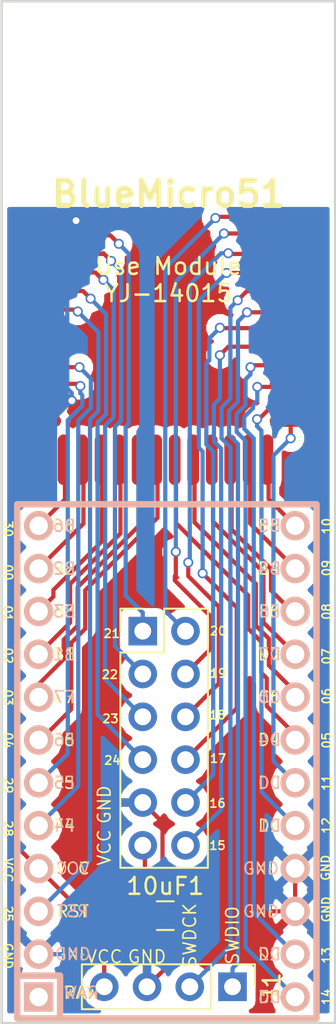
<source format=kicad_pcb>
(kicad_pcb (version 4) (host pcbnew 4.0.7)

  (general
    (links 42)
    (no_connects 0)
    (area 132.08 58.42 162.560001 124.460001)
    (thickness 1.6)
    (drawings 45)
    (tracks 307)
    (zones 0)
    (modules 5)
    (nets 34)
  )

  (page A4)
  (layers
    (0 F.Cu signal hide)
    (31 B.Cu signal hide)
    (32 B.Adhes user hide)
    (33 F.Adhes user)
    (34 B.Paste user hide)
    (35 F.Paste user hide)
    (36 B.SilkS user)
    (37 F.SilkS user)
    (38 B.Mask user hide)
    (39 F.Mask user hide)
    (40 Dwgs.User user)
    (41 Cmts.User user)
    (42 Eco1.User user)
    (43 Eco2.User user)
    (44 Edge.Cuts user)
    (45 Margin user)
    (46 B.CrtYd user)
    (47 F.CrtYd user)
    (48 B.Fab user)
    (49 F.Fab user)
  )

  (setup
    (last_trace_width 0.25)
    (trace_clearance 0.2)
    (zone_clearance 0.508)
    (zone_45_only yes)
    (trace_min 0.2)
    (segment_width 0.2)
    (edge_width 0.15)
    (via_size 0.6)
    (via_drill 0.4)
    (via_min_size 0.4)
    (via_min_drill 0.3)
    (uvia_size 0.3)
    (uvia_drill 0.1)
    (uvias_allowed no)
    (uvia_min_size 0.2)
    (uvia_min_drill 0.1)
    (pcb_text_width 0.3)
    (pcb_text_size 1.5 1.5)
    (mod_edge_width 0.15)
    (mod_text_size 1 1)
    (mod_text_width 0.15)
    (pad_size 1.524 1.524)
    (pad_drill 0.762)
    (pad_to_mask_clearance 0.2)
    (aux_axis_origin 0 0)
    (visible_elements 7FFFFFFF)
    (pcbplotparams
      (layerselection 0x010f0_80000001)
      (usegerberextensions false)
      (excludeedgelayer true)
      (linewidth 0.100000)
      (plotframeref false)
      (viasonmask false)
      (mode 1)
      (useauxorigin false)
      (hpglpennumber 1)
      (hpglpenspeed 20)
      (hpglpendiameter 15)
      (hpglpenoverlay 2)
      (psnegative false)
      (psa4output false)
      (plotreference true)
      (plotvalue true)
      (plotinvisibletext false)
      (padsonsilk false)
      (subtractmaskfromsilk false)
      (outputformat 1)
      (mirror false)
      (drillshape 0)
      (scaleselection 1)
      (outputdirectory Gerber/))
  )

  (net 0 "")
  (net 1 /SWDIO)
  (net 2 /SWDCK)
  (net 3 GND)
  (net 4 VCC)
  (net 5 /P14)
  (net 6 /P15)
  (net 7 /P04)
  (net 8 /P05)
  (net 9 /P02)
  (net 10 /P23)
  (net 11 /P24)
  (net 12 /P25)
  (net 13 /P28)
  (net 14 /P30)
  (net 15 /P00)
  (net 16 /P01)
  (net 17 /P21)
  (net 18 /P29)
  (net 19 /P22)
  (net 20 /P03)
  (net 21 /P19)
  (net 22 /P09)
  (net 23 /P10)
  (net 24 /P11)
  (net 25 /P12)
  (net 26 /P13)
  (net 27 /P16)
  (net 28 /P17)
  (net 29 /P18)
  (net 30 /P07)
  (net 31 /P08)
  (net 32 /P20)
  (net 33 /P06)

  (net_class Default "This is the default net class."
    (clearance 0.2)
    (trace_width 0.25)
    (via_dia 0.6)
    (via_drill 0.4)
    (uvia_dia 0.3)
    (uvia_drill 0.1)
    (add_net /P00)
    (add_net /P01)
    (add_net /P02)
    (add_net /P03)
    (add_net /P04)
    (add_net /P05)
    (add_net /P06)
    (add_net /P07)
    (add_net /P08)
    (add_net /P09)
    (add_net /P10)
    (add_net /P11)
    (add_net /P12)
    (add_net /P13)
    (add_net /P14)
    (add_net /P15)
    (add_net /P16)
    (add_net /P17)
    (add_net /P18)
    (add_net /P19)
    (add_net /P20)
    (add_net /P21)
    (add_net /P22)
    (add_net /P23)
    (add_net /P24)
    (add_net /P25)
    (add_net /P28)
    (add_net /P29)
    (add_net /P30)
    (add_net /SWDCK)
    (add_net /SWDIO)
    (add_net GND)
    (add_net VCC)
  )

  (module footprints:Pro_Micro (layer B.Cu) (tedit 5B5682E6) (tstamp 5B0F1E13)
    (at 148.5011 105.0036)
    (path /5B0F16FA)
    (fp_text reference U2 (at 0.508 14.732) (layer Eco1.User) hide
      (effects (font (size 1.27 1.524) (thickness 0.2032)))
    )
    (fp_text value ProMicro (at -0.06604 -15.46098) (layer B.SilkS) hide
      (effects (font (size 1.27 1.524) (thickness 0.2032)) (justify mirror))
    )
    (fp_line (start -6.35 11.176) (end -8.89 11.176) (layer F.SilkS) (width 0.381))
    (fp_line (start -6.35 13.716) (end -6.35 11.176) (layer F.SilkS) (width 0.381))
    (fp_line (start 8.89 -16.764) (end 8.89 13.716) (layer F.SilkS) (width 0.381))
    (fp_line (start -8.89 -16.764) (end 8.89 -16.764) (layer F.SilkS) (width 0.381))
    (fp_line (start -8.89 13.716) (end -8.89 -16.764) (layer F.SilkS) (width 0.381))
    (fp_line (start 8.89 13.716) (end -8.89 13.716) (layer F.SilkS) (width 0.381))
    (fp_text user RAW (at -5.08 12.192) (layer F.SilkS)
      (effects (font (size 0.7 0.7) (thickness 0.1)))
    )
    (fp_text user GND (at -5.588 9.906) (layer F.SilkS)
      (effects (font (size 0.7 0.7) (thickness 0.1)))
    )
    (fp_text user RST (at -5.588 7.366) (layer F.SilkS)
      (effects (font (size 0.7 0.7) (thickness 0.1)))
    )
    (fp_text user VCC (at -5.588 4.826) (layer F.SilkS)
      (effects (font (size 0.7 0.7) (thickness 0.1)))
    )
    (fp_text user F4 (at -6.096 2.286) (layer F.SilkS)
      (effects (font (size 0.7 0.7) (thickness 0.1)))
    )
    (fp_text user F5 (at -6.096 -0.254) (layer F.SilkS)
      (effects (font (size 0.7 0.7) (thickness 0.1)))
    )
    (fp_text user F7 (at -6.096 -5.334) (layer F.SilkS)
      (effects (font (size 0.7 0.7) (thickness 0.1)))
    )
    (fp_text user F6 (at -6.096 -2.794) (layer F.SilkS)
      (effects (font (size 0.7 0.7) (thickness 0.1)))
    )
    (fp_text user B1 (at -6.096 -7.874) (layer F.SilkS)
      (effects (font (size 0.7 0.7) (thickness 0.1)))
    )
    (fp_text user B3 (at -6.096 -10.414) (layer F.SilkS)
      (effects (font (size 0.7 0.7) (thickness 0.1)))
    )
    (fp_text user B2 (at -6.096 -12.954) (layer F.SilkS)
      (effects (font (size 0.7 0.7) (thickness 0.1)))
    )
    (fp_text user B6 (at -6.096 -15.494) (layer F.SilkS)
      (effects (font (size 0.7 0.7) (thickness 0.1)))
    )
    (fp_text user D3 (at 6.096 12.446) (layer F.SilkS)
      (effects (font (size 0.7 0.7) (thickness 0.1)))
    )
    (fp_text user D2 (at 6.096 9.906) (layer F.SilkS)
      (effects (font (size 0.7 0.7) (thickness 0.1)))
    )
    (fp_text user GND (at 5.588 7.366) (layer F.SilkS)
      (effects (font (size 0.7 0.7) (thickness 0.1)))
    )
    (fp_text user GND (at 5.588 4.826) (layer F.SilkS)
      (effects (font (size 0.7 0.7) (thickness 0.1)))
    )
    (fp_text user D1 (at 6.096 2.286) (layer F.SilkS)
      (effects (font (size 0.7 0.7) (thickness 0.1)))
    )
    (fp_text user D0 (at 6.096 -0.254) (layer F.SilkS)
      (effects (font (size 0.7 0.7) (thickness 0.1)))
    )
    (fp_text user D4 (at 6.096 -2.794) (layer F.SilkS)
      (effects (font (size 0.7 0.7) (thickness 0.1)))
    )
    (fp_text user C6 (at 6.096 -5.334) (layer F.SilkS)
      (effects (font (size 0.7 0.7) (thickness 0.1)))
    )
    (fp_text user D7 (at 6.096 -7.874) (layer F.SilkS)
      (effects (font (size 0.7 0.7) (thickness 0.1)))
    )
    (fp_text user E6 (at 6.096 -10.414) (layer F.SilkS)
      (effects (font (size 0.7 0.7) (thickness 0.1)))
    )
    (fp_text user B4 (at 6.096 -12.954) (layer F.SilkS)
      (effects (font (size 0.7 0.7) (thickness 0.1)))
    )
    (fp_text user B5 (at 6.096 -15.494) (layer F.SilkS)
      (effects (font (size 0.7 0.7) (thickness 0.1)))
    )
    (fp_text user B5 (at 6.096 -15.494) (layer B.SilkS)
      (effects (font (size 0.7 0.7) (thickness 0.1)) (justify mirror))
    )
    (fp_text user B4 (at 6.096 -12.954) (layer B.SilkS)
      (effects (font (size 0.7 0.7) (thickness 0.1)) (justify mirror))
    )
    (fp_text user E6 (at 6.096 -10.414) (layer B.SilkS)
      (effects (font (size 0.7 0.7) (thickness 0.1)) (justify mirror))
    )
    (fp_text user D7 (at 6.096 -7.874) (layer B.SilkS)
      (effects (font (size 0.7 0.7) (thickness 0.1)) (justify mirror))
    )
    (fp_text user C6 (at 6.096 -5.334) (layer B.SilkS)
      (effects (font (size 0.7 0.7) (thickness 0.1)) (justify mirror))
    )
    (fp_text user D4 (at 6.096 -2.794) (layer B.SilkS)
      (effects (font (size 0.7 0.7) (thickness 0.1)) (justify mirror))
    )
    (fp_text user D0 (at 6.096 -0.254) (layer B.SilkS)
      (effects (font (size 0.7 0.7) (thickness 0.1)) (justify mirror))
    )
    (fp_text user D1 (at 6.096 2.286) (layer B.SilkS)
      (effects (font (size 0.7 0.7) (thickness 0.1)) (justify mirror))
    )
    (fp_text user GND (at 5.588 4.826) (layer B.SilkS)
      (effects (font (size 0.7 0.7) (thickness 0.1)) (justify mirror))
    )
    (fp_text user GND (at 5.588 7.366) (layer B.SilkS)
      (effects (font (size 0.7 0.7) (thickness 0.1)) (justify mirror))
    )
    (fp_text user D2 (at 6.096 9.906) (layer B.SilkS)
      (effects (font (size 0.7 0.7) (thickness 0.1)) (justify mirror))
    )
    (fp_text user D3 (at 6.096 12.446) (layer B.SilkS)
      (effects (font (size 0.7 0.7) (thickness 0.1)) (justify mirror))
    )
    (fp_text user B6 (at -6.096 -15.494) (layer B.SilkS)
      (effects (font (size 0.7 0.7) (thickness 0.1)) (justify mirror))
    )
    (fp_text user B2 (at -6.096 -12.954) (layer B.SilkS)
      (effects (font (size 0.7 0.7) (thickness 0.1)) (justify mirror))
    )
    (fp_text user B3 (at -6.096 -10.414) (layer B.SilkS)
      (effects (font (size 0.7 0.7) (thickness 0.1)) (justify mirror))
    )
    (fp_text user B1 (at -6.096 -7.874) (layer B.SilkS)
      (effects (font (size 0.7 0.7) (thickness 0.1)) (justify mirror))
    )
    (fp_text user F6 (at -6.096 -2.794) (layer B.SilkS)
      (effects (font (size 0.7 0.7) (thickness 0.1)) (justify mirror))
    )
    (fp_text user F7 (at -6.096 -5.334) (layer B.SilkS)
      (effects (font (size 0.7 0.7) (thickness 0.1)) (justify mirror))
    )
    (fp_text user F5 (at -6.096 -0.254) (layer B.SilkS)
      (effects (font (size 0.7 0.7) (thickness 0.1)) (justify mirror))
    )
    (fp_text user F4 (at -6.096 2.286) (layer B.SilkS)
      (effects (font (size 0.7 0.7) (thickness 0.1)) (justify mirror))
    )
    (fp_text user VCC (at -5.588 4.826) (layer B.SilkS)
      (effects (font (size 0.7 0.7) (thickness 0.1)) (justify mirror))
    )
    (fp_text user RST (at -5.588 7.366) (layer B.SilkS)
      (effects (font (size 0.7 0.7) (thickness 0.1)) (justify mirror))
    )
    (fp_text user GND (at -5.588 9.906) (layer B.SilkS)
      (effects (font (size 0.7 0.7) (thickness 0.1)) (justify mirror))
    )
    (fp_text user RAW (at -5.08 12.192) (layer B.SilkS)
      (effects (font (size 0.7 0.7) (thickness 0.1)) (justify mirror))
    )
    (fp_line (start 8.89 13.716) (end -8.89 13.716) (layer B.SilkS) (width 0.381))
    (fp_line (start -8.89 13.716) (end -8.89 -16.764) (layer B.SilkS) (width 0.381))
    (fp_line (start -8.89 -16.764) (end 8.89 -16.764) (layer B.SilkS) (width 0.381))
    (fp_line (start 8.89 -16.764) (end 8.89 13.716) (layer B.SilkS) (width 0.381))
    (fp_line (start -6.35 13.716) (end -6.35 11.176) (layer B.SilkS) (width 0.381))
    (fp_line (start -6.35 11.176) (end -8.89 11.176) (layer B.SilkS) (width 0.381))
    (pad 1 thru_hole rect (at -7.62 12.446 90) (size 1.7526 1.7526) (drill 1.0922) (layers *.Cu *.SilkS *.Mask))
    (pad 2 thru_hole circle (at -7.62 9.906 90) (size 1.7526 1.7526) (drill 1.0922) (layers *.Cu *.SilkS *.Mask)
      (net 3 GND))
    (pad 3 thru_hole circle (at -7.62 7.366 90) (size 1.7526 1.7526) (drill 1.0922) (layers *.Cu *.SilkS *.Mask)
      (net 12 /P25))
    (pad 4 thru_hole circle (at -7.62 4.826 90) (size 1.7526 1.7526) (drill 1.0922) (layers *.Cu *.SilkS *.Mask)
      (net 4 VCC))
    (pad 5 thru_hole circle (at -7.62 2.286 90) (size 1.7526 1.7526) (drill 1.0922) (layers *.Cu *.SilkS *.Mask)
      (net 13 /P28))
    (pad 6 thru_hole circle (at -7.62 -0.254 90) (size 1.7526 1.7526) (drill 1.0922) (layers *.Cu *.SilkS *.Mask)
      (net 18 /P29))
    (pad 7 thru_hole circle (at -7.62 -2.794 90) (size 1.7526 1.7526) (drill 1.0922) (layers *.Cu *.SilkS *.Mask)
      (net 7 /P04))
    (pad 8 thru_hole circle (at -7.62 -5.334 90) (size 1.7526 1.7526) (drill 1.0922) (layers *.Cu *.SilkS *.Mask)
      (net 20 /P03))
    (pad 9 thru_hole circle (at -7.62 -7.874 90) (size 1.7526 1.7526) (drill 1.0922) (layers *.Cu *.SilkS *.Mask)
      (net 9 /P02))
    (pad 10 thru_hole circle (at -7.62 -10.414 90) (size 1.7526 1.7526) (drill 1.0922) (layers *.Cu *.SilkS *.Mask)
      (net 16 /P01))
    (pad 11 thru_hole circle (at -7.62 -12.954 90) (size 1.7526 1.7526) (drill 1.0922) (layers *.Cu *.SilkS *.Mask)
      (net 15 /P00))
    (pad 12 thru_hole circle (at -7.62 -15.494 90) (size 1.7526 1.7526) (drill 1.0922) (layers *.Cu *.SilkS *.Mask)
      (net 14 /P30))
    (pad 24 thru_hole circle (at 7.62 -15.494 90) (size 1.7526 1.7526) (drill 1.0922) (layers *.Cu *.SilkS *.Mask)
      (net 23 /P10))
    (pad 23 thru_hole circle (at 7.62 -12.954 90) (size 1.7526 1.7526) (drill 1.0922) (layers *.Cu *.SilkS *.Mask)
      (net 22 /P09))
    (pad 22 thru_hole circle (at 7.62 -10.414 90) (size 1.7526 1.7526) (drill 1.0922) (layers *.Cu *.SilkS *.Mask)
      (net 31 /P08))
    (pad 21 thru_hole circle (at 7.62 -7.874 90) (size 1.7526 1.7526) (drill 1.0922) (layers *.Cu *.SilkS *.Mask)
      (net 30 /P07))
    (pad 20 thru_hole circle (at 7.62 -5.334 90) (size 1.7526 1.7526) (drill 1.0922) (layers *.Cu *.SilkS *.Mask)
      (net 33 /P06))
    (pad 19 thru_hole circle (at 7.62 -2.794 90) (size 1.7526 1.7526) (drill 1.0922) (layers *.Cu *.SilkS *.Mask)
      (net 8 /P05))
    (pad 18 thru_hole circle (at 7.62 -0.254 90) (size 1.7526 1.7526) (drill 1.0922) (layers *.Cu *.SilkS *.Mask)
      (net 24 /P11))
    (pad 17 thru_hole circle (at 7.62 2.286 90) (size 1.7526 1.7526) (drill 1.0922) (layers *.Cu *.SilkS *.Mask)
      (net 25 /P12))
    (pad 16 thru_hole circle (at 7.62 4.826 90) (size 1.7526 1.7526) (drill 1.0922) (layers *.Cu *.SilkS *.Mask)
      (net 3 GND))
    (pad 15 thru_hole circle (at 7.62 7.366 90) (size 1.7526 1.7526) (drill 1.0922) (layers *.Cu *.SilkS *.Mask)
      (net 3 GND))
    (pad 14 thru_hole circle (at 7.62 9.906 90) (size 1.7526 1.7526) (drill 1.0922) (layers *.Cu *.SilkS *.Mask)
      (net 26 /P13))
    (pad 13 thru_hole circle (at 7.62 12.446 90) (size 1.7526 1.7526) (drill 1.0922) (layers *.Cu *.SilkS *.Mask)
      (net 5 /P14))
  )

  (module Pin_Headers:Pin_Header_Straight_2x06_Pitch2.54mm (layer F.Cu) (tedit 5B0F2E91) (tstamp 5B0F254F)
    (at 147.066 95.758)
    (descr "Through hole straight pin header, 2x06, 2.54mm pitch, double rows")
    (tags "Through hole pin header THT 2x06 2.54mm double row")
    (path /5B0F2913)
    (fp_text reference J2 (at 1.27 -2.33) (layer F.SilkS) hide
      (effects (font (size 1 1) (thickness 0.15)))
    )
    (fp_text value Conn_01x12 (at 1.27 15.03) (layer F.Fab) hide
      (effects (font (size 1 1) (thickness 0.15)))
    )
    (fp_line (start 0 -1.27) (end 3.81 -1.27) (layer F.Fab) (width 0.1))
    (fp_line (start 3.81 -1.27) (end 3.81 13.97) (layer F.Fab) (width 0.1))
    (fp_line (start 3.81 13.97) (end -1.27 13.97) (layer F.Fab) (width 0.1))
    (fp_line (start -1.27 13.97) (end -1.27 0) (layer F.Fab) (width 0.1))
    (fp_line (start -1.27 0) (end 0 -1.27) (layer F.Fab) (width 0.1))
    (fp_line (start -1.33 14.03) (end 3.87 14.03) (layer F.SilkS) (width 0.12))
    (fp_line (start -1.33 1.27) (end -1.33 14.03) (layer F.SilkS) (width 0.12))
    (fp_line (start 3.87 -1.33) (end 3.87 14.03) (layer F.SilkS) (width 0.12))
    (fp_line (start -1.33 1.27) (end 1.27 1.27) (layer F.SilkS) (width 0.12))
    (fp_line (start 1.27 1.27) (end 1.27 -1.33) (layer F.SilkS) (width 0.12))
    (fp_line (start 1.27 -1.33) (end 3.87 -1.33) (layer F.SilkS) (width 0.12))
    (fp_line (start -1.33 0) (end -1.33 -1.33) (layer F.SilkS) (width 0.12))
    (fp_line (start -1.33 -1.33) (end 0 -1.33) (layer F.SilkS) (width 0.12))
    (fp_line (start -1.8 -1.8) (end -1.8 14.5) (layer F.CrtYd) (width 0.05))
    (fp_line (start -1.8 14.5) (end 4.35 14.5) (layer F.CrtYd) (width 0.05))
    (fp_line (start 4.35 14.5) (end 4.35 -1.8) (layer F.CrtYd) (width 0.05))
    (fp_line (start 4.35 -1.8) (end -1.8 -1.8) (layer F.CrtYd) (width 0.05))
    (fp_text user %R (at 1.27 6.35 90) (layer F.Fab) hide
      (effects (font (size 1 1) (thickness 0.15)))
    )
    (pad 1 thru_hole rect (at 0 0) (size 1.7 1.7) (drill 1) (layers *.Cu *.Mask)
      (net 17 /P21))
    (pad 2 thru_hole oval (at 2.54 0) (size 1.7 1.7) (drill 1) (layers *.Cu *.Mask)
      (net 32 /P20))
    (pad 3 thru_hole oval (at 0 2.54) (size 1.7 1.7) (drill 1) (layers *.Cu *.Mask)
      (net 19 /P22))
    (pad 4 thru_hole oval (at 2.54 2.54) (size 1.7 1.7) (drill 1) (layers *.Cu *.Mask)
      (net 21 /P19))
    (pad 5 thru_hole oval (at 0 5.08) (size 1.7 1.7) (drill 1) (layers *.Cu *.Mask)
      (net 10 /P23))
    (pad 6 thru_hole oval (at 2.54 5.08) (size 1.7 1.7) (drill 1) (layers *.Cu *.Mask)
      (net 29 /P18))
    (pad 7 thru_hole oval (at 0 7.62) (size 1.7 1.7) (drill 1) (layers *.Cu *.Mask)
      (net 11 /P24))
    (pad 8 thru_hole oval (at 2.54 7.62) (size 1.7 1.7) (drill 1) (layers *.Cu *.Mask)
      (net 28 /P17))
    (pad 9 thru_hole oval (at 0 10.16) (size 1.7 1.7) (drill 1) (layers *.Cu *.Mask)
      (net 3 GND))
    (pad 10 thru_hole oval (at 2.54 10.16) (size 1.7 1.7) (drill 1) (layers *.Cu *.Mask)
      (net 27 /P16))
    (pad 11 thru_hole oval (at 0 12.7) (size 1.7 1.7) (drill 1) (layers *.Cu *.Mask)
      (net 4 VCC))
    (pad 12 thru_hole oval (at 2.54 12.7) (size 1.7 1.7) (drill 1) (layers *.Cu *.Mask)
      (net 6 /P15))
    (model ${KISYS3DMOD}/Pin_Headers.3dshapes/Pin_Header_Straight_2x06_Pitch2.54mm.wrl
      (at (xyz 0 0 0))
      (scale (xyz 1 1 1))
      (rotate (xyz 0 0 0))
    )
  )

  (module Pin_Headers:Pin_Header_Straight_1x04_Pitch2.54mm (layer F.Cu) (tedit 5B0F2E6F) (tstamp 5B0F2558)
    (at 152.4 116.84 270)
    (descr "Through hole straight pin header, 1x04, 2.54mm pitch, single row")
    (tags "Through hole pin header THT 1x04 2.54mm single row")
    (path /5B0F2814)
    (fp_text reference J1 (at 0 -2.33 270) (layer F.SilkS)
      (effects (font (size 1 1) (thickness 0.15)))
    )
    (fp_text value Conn_01x04 (at 0 9.95 270) (layer F.Fab) hide
      (effects (font (size 1 1) (thickness 0.15)))
    )
    (fp_line (start -0.635 -1.27) (end 1.27 -1.27) (layer F.Fab) (width 0.1))
    (fp_line (start 1.27 -1.27) (end 1.27 8.89) (layer F.Fab) (width 0.1))
    (fp_line (start 1.27 8.89) (end -1.27 8.89) (layer F.Fab) (width 0.1))
    (fp_line (start -1.27 8.89) (end -1.27 -0.635) (layer F.Fab) (width 0.1))
    (fp_line (start -1.27 -0.635) (end -0.635 -1.27) (layer F.Fab) (width 0.1))
    (fp_line (start -1.33 8.95) (end 1.33 8.95) (layer F.SilkS) (width 0.12))
    (fp_line (start -1.33 1.27) (end -1.33 8.95) (layer F.SilkS) (width 0.12))
    (fp_line (start 1.33 1.27) (end 1.33 8.95) (layer F.SilkS) (width 0.12))
    (fp_line (start -1.33 1.27) (end 1.33 1.27) (layer F.SilkS) (width 0.12))
    (fp_line (start -1.33 0) (end -1.33 -1.33) (layer F.SilkS) (width 0.12))
    (fp_line (start -1.33 -1.33) (end 0 -1.33) (layer F.SilkS) (width 0.12))
    (fp_line (start -1.8 -1.8) (end -1.8 9.4) (layer F.CrtYd) (width 0.05))
    (fp_line (start -1.8 9.4) (end 1.8 9.4) (layer F.CrtYd) (width 0.05))
    (fp_line (start 1.8 9.4) (end 1.8 -1.8) (layer F.CrtYd) (width 0.05))
    (fp_line (start 1.8 -1.8) (end -1.8 -1.8) (layer F.CrtYd) (width 0.05))
    (fp_text user %R (at 0 3.81 365) (layer F.Fab)
      (effects (font (size 1 1) (thickness 0.15)))
    )
    (pad 1 thru_hole rect (at 0 0 270) (size 1.7 1.7) (drill 1) (layers *.Cu *.Mask)
      (net 1 /SWDIO))
    (pad 2 thru_hole oval (at 0 2.54 270) (size 1.7 1.7) (drill 1) (layers *.Cu *.Mask)
      (net 2 /SWDCK))
    (pad 3 thru_hole oval (at 0 5.08 270) (size 1.7 1.7) (drill 1) (layers *.Cu *.Mask)
      (net 3 GND))
    (pad 4 thru_hole oval (at 0 7.62 270) (size 1.7 1.7) (drill 1) (layers *.Cu *.Mask)
      (net 4 VCC))
    (model ${KISYS3DMOD}/Pin_Headers.3dshapes/Pin_Header_Straight_1x04_Pitch2.54mm.wrl
      (at (xyz 0 0 0))
      (scale (xyz 1 1 1))
      (rotate (xyz 0 0 0))
    )
  )

  (module Capacitors_SMD:C_0805_HandSoldering (layer F.Cu) (tedit 58AA84A8) (tstamp 5B0F3371)
    (at 148.40712 112.6236)
    (descr "Capacitor SMD 0805, hand soldering")
    (tags "capacitor 0805")
    (path /5B0F2EE9)
    (attr smd)
    (fp_text reference 10uF1 (at 0 -1.75) (layer F.SilkS)
      (effects (font (size 1 1) (thickness 0.15)))
    )
    (fp_text value C (at 0 1.75) (layer F.Fab)
      (effects (font (size 1 1) (thickness 0.15)))
    )
    (fp_text user %R (at 0 -1.75) (layer F.Fab)
      (effects (font (size 1 1) (thickness 0.15)))
    )
    (fp_line (start -1 0.62) (end -1 -0.62) (layer F.Fab) (width 0.1))
    (fp_line (start 1 0.62) (end -1 0.62) (layer F.Fab) (width 0.1))
    (fp_line (start 1 -0.62) (end 1 0.62) (layer F.Fab) (width 0.1))
    (fp_line (start -1 -0.62) (end 1 -0.62) (layer F.Fab) (width 0.1))
    (fp_line (start 0.5 -0.85) (end -0.5 -0.85) (layer F.SilkS) (width 0.12))
    (fp_line (start -0.5 0.85) (end 0.5 0.85) (layer F.SilkS) (width 0.12))
    (fp_line (start -2.25 -0.88) (end 2.25 -0.88) (layer F.CrtYd) (width 0.05))
    (fp_line (start -2.25 -0.88) (end -2.25 0.87) (layer F.CrtYd) (width 0.05))
    (fp_line (start 2.25 0.87) (end 2.25 -0.88) (layer F.CrtYd) (width 0.05))
    (fp_line (start 2.25 0.87) (end -2.25 0.87) (layer F.CrtYd) (width 0.05))
    (pad 1 smd rect (at -1.25 0) (size 1.5 1.25) (layers F.Cu F.Paste F.Mask)
      (net 4 VCC))
    (pad 2 smd rect (at 1.25 0) (size 1.5 1.25) (layers F.Cu F.Paste F.Mask)
      (net 3 GND))
    (model Capacitors_SMD.3dshapes/C_0805.wrl
      (at (xyz 0 0 0))
      (scale (xyz 1 1 1))
      (rotate (xyz 0 0 0))
    )
  )

  (module footprints:YJ-14015 (layer F.Cu) (tedit 5B56833C) (tstamp 5B52370C)
    (at 148.41321 65.598 90)
    (path /5B0F1207)
    (attr smd)
    (fp_text reference U1 (at 0 0 90) (layer F.SilkS) hide
      (effects (font (thickness 0.05)))
    )
    (fp_text value YJ-14015 (at 0.828 0.17679 90) (layer Eco1.User) hide
      (effects (font (thickness 0.05)))
    )
    (pad 1 smd oval (at -5.6 -7.7 270) (size 0.7 3) (layers F.Cu F.Paste F.Mask)
      (net 3 GND))
    (pad 12 smd oval (at -17.7 -7.7 270) (size 0.7 3) (layers F.Cu F.Paste F.Mask)
      (net 4 VCC))
    (pad 18 smd oval (at -20 -0.55001) (size 0.7 3) (layers F.Cu F.Paste F.Mask)
      (net 7 /P04))
    (pad 19 smd oval (at -20 0.54999) (size 0.7 3) (layers F.Cu F.Paste F.Mask)
      (net 8 /P05))
    (pad 16 smd oval (at -20 -2.75001) (size 0.7 3) (layers F.Cu F.Paste F.Mask)
      (net 9 /P02))
    (pad 4 smd oval (at -8.9 -7.7 270) (size 0.7 3) (layers F.Cu F.Paste F.Mask)
      (net 10 /P23))
    (pad 5 smd oval (at -10 -7.7 270) (size 0.7 3) (layers F.Cu F.Paste F.Mask)
      (net 11 /P24))
    (pad 6 smd oval (at -11.1 -7.7 270) (size 0.7 3) (layers F.Cu F.Paste F.Mask)
      (net 12 /P25))
    (pad 7 smd oval (at -12.2 -7.7 270) (size 0.7 3) (layers F.Cu F.Paste F.Mask))
    (pad 8 smd oval (at -13.3 -7.7 270) (size 0.7 3) (layers F.Cu F.Paste F.Mask))
    (pad 9 smd oval (at -14.4 -7.7 270) (size 0.7 3) (layers F.Cu F.Paste F.Mask)
      (net 13 /P28))
    (pad 11 smd oval (at -16.6 -7.7 270) (size 0.7 3) (layers F.Cu F.Paste F.Mask)
      (net 3 GND))
    (pad 13 smd oval (at -20 -6.05001) (size 0.7 3) (layers F.Cu F.Paste F.Mask)
      (net 14 /P30))
    (pad 14 smd oval (at -20 -4.95001) (size 0.7 3) (layers F.Cu F.Paste F.Mask)
      (net 15 /P00))
    (pad 15 smd oval (at -20 -3.85001) (size 0.7 3) (layers F.Cu F.Paste F.Mask)
      (net 16 /P01))
    (pad 2 smd oval (at -6.7 -7.7 270) (size 0.7 3) (layers F.Cu F.Paste F.Mask)
      (net 17 /P21))
    (pad 10 smd oval (at -15.5 -7.7 270) (size 0.7 3) (layers F.Cu F.Paste F.Mask)
      (net 18 /P29))
    (pad 3 smd oval (at -7.8 -7.7 270) (size 0.7 3) (layers F.Cu F.Paste F.Mask)
      (net 19 /P22))
    (pad 17 smd oval (at -20 -1.65001) (size 0.7 3) (layers F.Cu F.Paste F.Mask)
      (net 20 /P03))
    (pad 35 smd oval (at -6.7 7.7 90) (size 0.7 3) (layers F.Cu F.Paste F.Mask)
      (net 21 /P19))
    (pad 23 smd oval (at -20 4.94999) (size 0.7 3) (layers F.Cu F.Paste F.Mask)
      (net 22 /P09))
    (pad 24 smd oval (at -20 6.04999) (size 0.7 3) (layers F.Cu F.Paste F.Mask)
      (net 23 /P10))
    (pad 25 smd oval (at -17.7 7.7 90) (size 0.7 3) (layers F.Cu F.Paste F.Mask)
      (net 24 /P11))
    (pad 26 smd oval (at -16.6 7.7 90) (size 0.7 3) (layers F.Cu F.Paste F.Mask)
      (net 25 /P12))
    (pad 27 smd oval (at -15.5 7.7 90) (size 0.7 3) (layers F.Cu F.Paste F.Mask)
      (net 26 /P13))
    (pad 28 smd oval (at -14.4 7.7 90) (size 0.7 3) (layers F.Cu F.Paste F.Mask)
      (net 5 /P14))
    (pad 30 smd oval (at -12.2 7.7 90) (size 0.7 3) (layers F.Cu F.Paste F.Mask)
      (net 27 /P16))
    (pad 31 smd oval (at -11.1 7.7 90) (size 0.7 3) (layers F.Cu F.Paste F.Mask)
      (net 1 /SWDIO))
    (pad 32 smd oval (at -10 7.7 90) (size 0.7 3) (layers F.Cu F.Paste F.Mask)
      (net 2 /SWDCK))
    (pad 33 smd oval (at -8.9 7.7 90) (size 0.7 3) (layers F.Cu F.Paste F.Mask)
      (net 28 /P17))
    (pad 34 smd oval (at -7.8 7.7 90) (size 0.7 3) (layers F.Cu F.Paste F.Mask)
      (net 29 /P18))
    (pad 21 smd oval (at -20 2.74999) (size 0.7 3) (layers F.Cu F.Paste F.Mask)
      (net 30 /P07))
    (pad 29 smd oval (at -13.3 7.7 90) (size 0.7 3) (layers F.Cu F.Paste F.Mask)
      (net 6 /P15))
    (pad 22 smd oval (at -20 3.84999) (size 0.7 3) (layers F.Cu F.Paste F.Mask)
      (net 31 /P08))
    (pad 36 smd oval (at -5.6 7.7 90) (size 0.7 3) (layers F.Cu F.Paste F.Mask)
      (net 32 /P20))
    (pad 20 smd oval (at -20 1.64999) (size 0.7 3) (layers F.Cu F.Paste F.Mask)
      (net 33 /P06))
  )

  (gr_text "Use Module\nYJ-14015" (at 148.59 74.93) (layer F.SilkS)
    (effects (font (size 1 1) (thickness 0.15)))
  )
  (gr_text BlueMicro51 (at 148.59 69.85) (layer F.SilkS)
    (effects (font (size 1.5 1.5) (thickness 0.3)))
  )
  (gr_line (start 138.684 58.42) (end 158.496 58.42) (layer Edge.Cuts) (width 0.15))
  (gr_text 15 (at 151.50592 108.46816) (layer F.SilkS)
    (effects (font (size 0.5 0.5) (thickness 0.1)))
  )
  (gr_text 16 (at 151.50592 105.96372) (layer F.SilkS)
    (effects (font (size 0.5 0.5) (thickness 0.1)))
  )
  (gr_text 17 (at 151.54148 103.30942) (layer F.SilkS)
    (effects (font (size 0.5 0.5) (thickness 0.1)))
  )
  (gr_text 18 (at 151.50592 100.72878) (layer F.SilkS)
    (effects (font (size 0.5 0.5) (thickness 0.1)))
  )
  (gr_text 19 (at 151.54148 98.2599) (layer F.SilkS)
    (effects (font (size 0.5 0.5) (thickness 0.1)))
  )
  (gr_text 20 (at 151.54148 95.75292) (layer F.SilkS)
    (effects (font (size 0.5 0.5) (thickness 0.1)))
  )
  (gr_text 24 (at 145.26006 103.42118) (layer F.SilkS)
    (effects (font (size 0.5 0.5) (thickness 0.1)))
  )
  (gr_text 23 (at 145.1483 100.9523) (layer F.SilkS)
    (effects (font (size 0.5 0.5) (thickness 0.1)))
  )
  (gr_text 22 (at 145.1102 98.33356) (layer F.SilkS)
    (effects (font (size 0.5 0.5) (thickness 0.1)))
  )
  (gr_text 21 (at 145.22196 95.90278) (layer F.SilkS)
    (effects (font (size 0.5 0.5) (thickness 0.1)))
  )
  (gr_text 30 (at 139.065 89.69502 270) (layer F.SilkS)
    (effects (font (size 0.5 0.5) (thickness 0.1)))
  )
  (gr_text 00 (at 139.065 92.27566 270) (layer F.SilkS)
    (effects (font (size 0.5 0.5) (thickness 0.1)))
  )
  (gr_text 01 (at 139.0523 94.70644 270) (layer F.SilkS)
    (effects (font (size 0.5 0.5) (thickness 0.1)))
  )
  (gr_text 02 (at 139.065 97.21342 270) (layer F.SilkS)
    (effects (font (size 0.5 0.5) (thickness 0.1)))
  )
  (gr_text 03 (at 139.065 99.695 270) (layer F.SilkS)
    (effects (font (size 0.5 0.5) (thickness 0.1)))
  )
  (gr_text 04 (at 139.065 102.235 270) (layer F.SilkS)
    (effects (font (size 0.5 0.5) (thickness 0.1)))
  )
  (gr_text 29 (at 139.065 104.902 270) (layer F.SilkS)
    (effects (font (size 0.5 0.5) (thickness 0.1)))
  )
  (gr_text 28 (at 139.065 107.45978 270) (layer F.SilkS)
    (effects (font (size 0.5 0.5) (thickness 0.1)))
  )
  (gr_text VCC (at 139.065 109.92612 270) (layer F.SilkS)
    (effects (font (size 0.5 0.5) (thickness 0.1)))
  )
  (gr_text 25 (at 139.065 112.50676 270) (layer F.SilkS)
    (effects (font (size 0.5 0.5) (thickness 0.1)))
  )
  (gr_text GND (at 139.065 115.01374 270) (layer F.SilkS)
    (effects (font (size 0.5 0.5) (thickness 0.1)))
  )
  (gr_text 14 (at 157.988 117.44452 90) (layer F.SilkS)
    (effects (font (size 0.5 0.5) (thickness 0.1)))
  )
  (gr_text 13 (at 157.988 114.98326 90) (layer F.SilkS)
    (effects (font (size 0.5 0.5) (thickness 0.1)))
  )
  (gr_text GND (at 157.9753 112.25276 90) (layer F.SilkS)
    (effects (font (size 0.5 0.5) (thickness 0.1)))
  )
  (gr_text GND (at 157.9372 109.78642 90) (layer F.SilkS)
    (effects (font (size 0.5 0.5) (thickness 0.1)))
  )
  (gr_text 12 (at 157.988 107.27944 90) (layer F.SilkS)
    (effects (font (size 0.5 0.5) (thickness 0.1)))
  )
  (gr_text 11 (at 157.988 104.7369 90) (layer F.SilkS)
    (effects (font (size 0.5 0.5) (thickness 0.1)))
  )
  (gr_text 05 (at 157.988 102.235 90) (layer F.SilkS)
    (effects (font (size 0.5 0.5) (thickness 0.1)))
  )
  (gr_text 06 (at 157.988 99.61372 90) (layer F.SilkS)
    (effects (font (size 0.5 0.5) (thickness 0.1)))
  )
  (gr_text 07 (at 157.988 97.2566 90) (layer F.SilkS)
    (effects (font (size 0.5 0.5) (thickness 0.1)))
  )
  (gr_text 08 (at 157.988 94.6023 90) (layer F.SilkS)
    (effects (font (size 0.5 0.5) (thickness 0.1)))
  )
  (gr_text 09 (at 157.988 92.02166 90) (layer F.SilkS)
    (effects (font (size 0.5 0.5) (thickness 0.1)))
  )
  (gr_text 10 (at 157.988 89.535 90) (layer F.SilkS)
    (effects (font (size 0.5 0.5) (thickness 0.1)))
  )
  (gr_text GND (at 144.78 106.045 90) (layer F.SilkS)
    (effects (font (size 0.75 0.75) (thickness 0.1)))
  )
  (gr_text VCC (at 144.78 108.585 90) (layer F.SilkS)
    (effects (font (size 0.75 0.75) (thickness 0.1)))
  )
  (gr_text SWDIO (at 152.4 113.792 90) (layer F.SilkS)
    (effects (font (size 0.75 0.75) (thickness 0.1)))
  )
  (gr_text SWDCK (at 149.86 113.792 90) (layer F.SilkS)
    (effects (font (size 0.75 0.75) (thickness 0.1)))
  )
  (gr_text "GND\n" (at 147.32 115.062) (layer F.SilkS)
    (effects (font (size 0.75 0.75) (thickness 0.1)))
  )
  (gr_text VCC (at 144.78 115.062) (layer F.SilkS)
    (effects (font (size 0.75 0.75) (thickness 0.1)))
  )
  (gr_line (start 138.684 58.42) (end 138.684 118.999) (layer Edge.Cuts) (width 0.15))
  (gr_line (start 158.496 118.999) (end 158.496 58.42) (layer Edge.Cuts) (width 0.15))
  (gr_line (start 138.684 118.999) (end 158.496 118.999) (layer Edge.Cuts) (width 0.15))

  (segment (start 152.724034 77.399966) (end 152.963601 77.160399) (width 0.25) (layer B.Cu) (net 1))
  (segment (start 152.963601 77.160399) (end 153.2636 76.8604) (width 0.25) (layer B.Cu) (net 1))
  (segment (start 152.4 116.84) (end 152.4 115.74) (width 0.25) (layer B.Cu) (net 1))
  (segment (start 152.195776 82.689998) (end 152.724033 82.161742) (width 0.25) (layer B.Cu) (net 1))
  (segment (start 152.724034 84.665459) (end 152.195776 84.137202) (width 0.25) (layer B.Cu) (net 1))
  (segment (start 152.724033 82.161742) (end 152.724034 77.399966) (width 0.25) (layer B.Cu) (net 1))
  (segment (start 152.195776 84.137202) (end 152.195776 82.689998) (width 0.25) (layer B.Cu) (net 1))
  (segment (start 152.4 115.74) (end 152.724034 115.415966) (width 0.25) (layer B.Cu) (net 1))
  (segment (start 152.724034 115.415966) (end 152.724034 84.665459) (width 0.25) (layer B.Cu) (net 1))
  (segment (start 153.2636 76.8604) (end 155.95081 76.8604) (width 0.25) (layer F.Cu) (net 1))
  (segment (start 155.95081 76.8604) (end 156.11321 76.698) (width 0.25) (layer F.Cu) (net 1))
  (via (at 153.2636 76.8604) (size 0.6) (drill 0.4) (layers F.Cu B.Cu) (net 1))
  (segment (start 151.745765 84.323602) (end 152.274023 84.85186) (width 0.25) (layer B.Cu) (net 2))
  (segment (start 150.709999 115.990001) (end 149.86 116.84) (width 0.25) (layer B.Cu) (net 2))
  (segment (start 151.745765 82.503598) (end 151.745765 84.323602) (width 0.25) (layer B.Cu) (net 2))
  (segment (start 152.7048 76.1492) (end 152.274023 76.579977) (width 0.25) (layer B.Cu) (net 2))
  (segment (start 152.274023 76.579977) (end 152.274023 81.975341) (width 0.25) (layer B.Cu) (net 2))
  (segment (start 152.274023 114.425977) (end 150.709999 115.990001) (width 0.25) (layer B.Cu) (net 2))
  (segment (start 152.274023 81.975341) (end 151.745765 82.503598) (width 0.25) (layer B.Cu) (net 2))
  (segment (start 152.274023 84.85186) (end 152.274023 114.425977) (width 0.25) (layer B.Cu) (net 2))
  (segment (start 156.11321 75.598) (end 153.256 75.598) (width 0.25) (layer F.Cu) (net 2))
  (via (at 152.7048 76.1492) (size 0.6) (drill 0.4) (layers F.Cu B.Cu) (net 2))
  (segment (start 153.256 75.598) (end 152.7048 76.1492) (width 0.25) (layer F.Cu) (net 2))
  (segment (start 143.1036 71.4248) (end 140.94001 71.4248) (width 0.25) (layer F.Cu) (net 3))
  (segment (start 140.94001 71.4248) (end 140.71321 71.198) (width 0.25) (layer F.Cu) (net 3))
  (segment (start 142.9512 71.4756) (end 143.002 71.4248) (width 0.25) (layer B.Cu) (net 3))
  (segment (start 143.002 71.4248) (end 143.1036 71.4248) (width 0.25) (layer B.Cu) (net 3))
  (via (at 143.1036 71.4248) (size 0.6) (drill 0.4) (layers F.Cu B.Cu) (net 3))
  (segment (start 142.8496 82.0928) (end 142.8496 81.646202) (width 0.25) (layer B.Cu) (net 3))
  (segment (start 142.8496 81.646202) (end 142.580199 81.376801) (width 0.25) (layer B.Cu) (net 3))
  (segment (start 142.580199 81.376801) (end 142.580199 71.846601) (width 0.25) (layer B.Cu) (net 3))
  (segment (start 142.580199 71.846601) (end 142.9512 71.4756) (width 0.25) (layer B.Cu) (net 3))
  (segment (start 142.8496 82.0928) (end 140.81841 82.0928) (width 0.25) (layer F.Cu) (net 3))
  (segment (start 140.81841 82.0928) (end 140.71321 82.198) (width 0.25) (layer F.Cu) (net 3))
  (via (at 142.8496 82.0928) (size 0.6) (drill 0.4) (layers F.Cu B.Cu) (net 3))
  (segment (start 139.319 85.6234) (end 142.8496 82.0928) (width 0.25) (layer B.Cu) (net 3))
  (segment (start 139.319 86.868) (end 139.319 85.6234) (width 0.25) (layer B.Cu) (net 3))
  (segment (start 140.8811 114.9096) (end 140.004801 114.033301) (width 0.25) (layer B.Cu) (net 3))
  (segment (start 140.004801 114.033301) (end 140.004801 113.969801) (width 0.25) (layer B.Cu) (net 3))
  (segment (start 140.004801 113.969801) (end 139.319 113.284) (width 0.25) (layer B.Cu) (net 3))
  (segment (start 139.319 113.284) (end 139.319 86.868) (width 0.25) (layer B.Cu) (net 3))
  (segment (start 149.693 112.649) (end 149.568 112.649) (width 0.25) (layer F.Cu) (net 3))
  (segment (start 149.568 112.649) (end 148.241001 111.322001) (width 0.25) (layer F.Cu) (net 3))
  (segment (start 148.241001 111.322001) (end 148.241001 107.093001) (width 0.25) (layer F.Cu) (net 3))
  (segment (start 148.241001 107.093001) (end 147.915999 106.767999) (width 0.25) (layer F.Cu) (net 3))
  (segment (start 147.915999 106.767999) (end 147.066 105.918) (width 0.25) (layer F.Cu) (net 3))
  (segment (start 147.32 116.84) (end 147.32 115.637919) (width 0.25) (layer B.Cu) (net 3))
  (segment (start 147.32 115.637919) (end 146.591681 114.9096) (width 0.25) (layer B.Cu) (net 3))
  (segment (start 146.591681 114.9096) (end 142.120375 114.9096) (width 0.25) (layer B.Cu) (net 3))
  (segment (start 142.120375 114.9096) (end 140.8811 114.9096) (width 0.25) (layer B.Cu) (net 3))
  (segment (start 156.1211 112.3696) (end 149.9724 112.3696) (width 0.25) (layer F.Cu) (net 3))
  (segment (start 149.9724 112.3696) (end 149.693 112.649) (width 0.25) (layer F.Cu) (net 3))
  (segment (start 156.1211 109.8296) (end 156.1211 111.068875) (width 0.25) (layer F.Cu) (net 3))
  (segment (start 156.1211 111.068875) (end 156.1211 112.3696) (width 0.25) (layer F.Cu) (net 3))
  (segment (start 147.32 116.84) (end 149.693 114.467) (width 0.25) (layer F.Cu) (net 3))
  (segment (start 149.693 114.467) (end 149.693 112.649) (width 0.25) (layer F.Cu) (net 3))
  (segment (start 140.8811 109.8296) (end 139.319 108.2675) (width 0.25) (layer F.Cu) (net 4))
  (segment (start 139.319 108.2675) (end 139.319 83.7946) (width 0.25) (layer F.Cu) (net 4))
  (segment (start 139.319 83.7946) (end 139.8156 83.298) (width 0.25) (layer F.Cu) (net 4))
  (segment (start 139.8156 83.298) (end 140.71321 83.298) (width 0.25) (layer F.Cu) (net 4))
  (segment (start 147.193 112.649) (end 147.193 108.585) (width 0.25) (layer F.Cu) (net 4))
  (segment (start 147.193 108.585) (end 147.066 108.458) (width 0.25) (layer F.Cu) (net 4))
  (segment (start 147.193 112.649) (end 146.193 112.649) (width 0.25) (layer F.Cu) (net 4))
  (segment (start 146.193 112.649) (end 144.78 114.062) (width 0.25) (layer F.Cu) (net 4))
  (segment (start 144.78 114.062) (end 144.78 115.637919) (width 0.25) (layer F.Cu) (net 4))
  (segment (start 144.78 115.637919) (end 144.78 116.84) (width 0.25) (layer F.Cu) (net 4))
  (segment (start 140.8811 109.8296) (end 144.78 113.7285) (width 0.25) (layer F.Cu) (net 4))
  (segment (start 144.78 113.7285) (end 144.78 116.84) (width 0.25) (layer F.Cu) (net 4))
  (segment (start 152.645787 82.876398) (end 153.174044 82.348141) (width 0.25) (layer B.Cu) (net 5))
  (segment (start 153.174045 114.502545) (end 153.174045 84.47906) (width 0.25) (layer B.Cu) (net 5))
  (segment (start 152.645787 83.950802) (end 152.645787 82.876398) (width 0.25) (layer B.Cu) (net 5))
  (segment (start 153.174044 82.348141) (end 153.174044 82.320699) (width 0.25) (layer B.Cu) (net 5))
  (segment (start 156.1211 117.4496) (end 153.174045 114.502545) (width 0.25) (layer B.Cu) (net 5))
  (segment (start 153.174045 84.47906) (end 152.645787 83.950802) (width 0.25) (layer B.Cu) (net 5))
  (segment (start 153.174044 80.82862) (end 153.174044 82.320699) (width 0.25) (layer B.Cu) (net 5))
  (segment (start 153.4668 80.1116) (end 153.4668 80.535864) (width 0.25) (layer B.Cu) (net 5))
  (segment (start 153.4668 80.535864) (end 153.174044 80.82862) (width 0.25) (layer B.Cu) (net 5))
  (segment (start 153.174044 82.320699) (end 153.174045 82.320699) (width 0.25) (layer B.Cu) (net 5))
  (segment (start 156.11321 79.998) (end 153.5804 79.998) (width 0.25) (layer F.Cu) (net 5))
  (segment (start 153.5804 79.998) (end 153.4668 80.1116) (width 0.25) (layer F.Cu) (net 5))
  (via (at 153.4668 80.1116) (size 0.6) (drill 0.4) (layers F.Cu B.Cu) (net 5))
  (segment (start 149.606 108.458) (end 151.72419 106.33981) (width 0.25) (layer B.Cu) (net 6))
  (segment (start 151.72419 84.938437) (end 151.295754 84.510002) (width 0.25) (layer B.Cu) (net 6))
  (segment (start 151.649013 79.824664) (end 151.649013 79.4004) (width 0.25) (layer B.Cu) (net 6))
  (segment (start 151.295754 82.317198) (end 151.649013 81.96394) (width 0.25) (layer B.Cu) (net 6))
  (segment (start 151.72419 106.33981) (end 151.72419 84.938437) (width 0.25) (layer B.Cu) (net 6))
  (segment (start 151.649013 81.96394) (end 151.649013 79.824664) (width 0.25) (layer B.Cu) (net 6))
  (segment (start 151.295754 84.510002) (end 151.295754 82.317198) (width 0.25) (layer B.Cu) (net 6))
  (segment (start 156.11321 78.898) (end 152.151413 78.898) (width 0.25) (layer F.Cu) (net 6))
  (via (at 151.649013 79.4004) (size 0.6) (drill 0.4) (layers F.Cu B.Cu) (net 6))
  (segment (start 151.949012 79.100401) (end 151.649013 79.4004) (width 0.25) (layer F.Cu) (net 6))
  (segment (start 152.151413 78.898) (end 151.949012 79.100401) (width 0.25) (layer F.Cu) (net 6))
  (segment (start 140.8811 102.2096) (end 140.9954 102.2096) (width 0.25) (layer F.Cu) (net 7))
  (segment (start 140.9954 102.2096) (end 142.81701 100.38799) (width 0.25) (layer F.Cu) (net 7))
  (segment (start 142.81701 100.38799) (end 142.81701 96.45381) (width 0.25) (layer F.Cu) (net 7))
  (segment (start 142.81701 96.45381) (end 143.64802 95.6228) (width 0.25) (layer F.Cu) (net 7))
  (segment (start 143.64802 95.6228) (end 143.64802 93.3368) (width 0.25) (layer F.Cu) (net 7))
  (segment (start 143.64802 93.3368) (end 147.94298 89.04184) (width 0.25) (layer F.Cu) (net 7))
  (segment (start 147.94298 89.04184) (end 147.94298 88.12688) (width 0.25) (layer F.Cu) (net 7))
  (segment (start 147.94298 88.12688) (end 147.94298 86.87688) (width 0.25) (layer F.Cu) (net 7))
  (segment (start 156.1211 102.2096) (end 156.1211 101.8921) (width 0.25) (layer F.Cu) (net 8))
  (segment (start 156.1211 101.8921) (end 154.432 100.203) (width 0.25) (layer F.Cu) (net 8))
  (segment (start 154.432 100.203) (end 154.432 98.552) (width 0.25) (layer F.Cu) (net 8))
  (segment (start 154.432 98.552) (end 154.10899 98.22899) (width 0.25) (layer F.Cu) (net 8))
  (segment (start 154.10899 98.22899) (end 154.10899 96.39031) (width 0.25) (layer F.Cu) (net 8))
  (segment (start 154.10899 96.39031) (end 153.335969 95.617289) (width 0.25) (layer F.Cu) (net 8))
  (segment (start 153.335969 95.617289) (end 153.335969 93.645969) (width 0.25) (layer F.Cu) (net 8))
  (segment (start 153.335969 93.645969) (end 149.04298 89.35298) (width 0.25) (layer F.Cu) (net 8))
  (segment (start 149.04298 89.35298) (end 149.04298 88.12688) (width 0.25) (layer F.Cu) (net 8))
  (segment (start 149.04298 88.12688) (end 149.04298 86.87688) (width 0.25) (layer F.Cu) (net 8))
  (segment (start 140.8811 97.1296) (end 140.8811 97.1169) (width 0.25) (layer F.Cu) (net 9))
  (segment (start 140.8811 97.1169) (end 142.748 95.25) (width 0.25) (layer F.Cu) (net 9))
  (segment (start 142.748 95.25) (end 142.748 92.964) (width 0.25) (layer F.Cu) (net 9))
  (segment (start 142.748 92.964) (end 145.74298 89.96902) (width 0.25) (layer F.Cu) (net 9))
  (segment (start 145.74298 89.96902) (end 145.74298 86.87688) (width 0.25) (layer F.Cu) (net 9))
  (segment (start 144.831824 98.603824) (end 146.216001 99.988001) (width 0.25) (layer B.Cu) (net 10))
  (segment (start 146.216001 99.988001) (end 147.066 100.838) (width 0.25) (layer B.Cu) (net 10))
  (segment (start 144.831824 83.581223) (end 144.831824 98.603824) (width 0.25) (layer B.Cu) (net 10))
  (segment (start 145.332634 75.533434) (end 145.332634 83.080413) (width 0.25) (layer B.Cu) (net 10))
  (segment (start 144.7292 74.93) (end 145.332634 75.533434) (width 0.25) (layer B.Cu) (net 10))
  (segment (start 145.332634 83.080413) (end 144.831824 83.581223) (width 0.25) (layer B.Cu) (net 10))
  (segment (start 144.2468 74.498) (end 144.6788 74.93) (width 0.25) (layer F.Cu) (net 10))
  (segment (start 144.6788 74.93) (end 144.7292 74.93) (width 0.25) (layer F.Cu) (net 10))
  (via (at 144.7292 74.93) (size 0.6) (drill 0.4) (layers F.Cu B.Cu) (net 10))
  (segment (start 140.71321 74.498) (end 144.2468 74.498) (width 0.25) (layer F.Cu) (net 10))
  (segment (start 146.216001 102.528001) (end 147.066 103.378) (width 0.25) (layer B.Cu) (net 11))
  (segment (start 144.381813 100.693813) (end 146.216001 102.528001) (width 0.25) (layer B.Cu) (net 11))
  (segment (start 144.381813 83.394823) (end 144.381813 100.693813) (width 0.25) (layer B.Cu) (net 11))
  (segment (start 144.882623 76.963023) (end 144.882623 82.894013) (width 0.25) (layer B.Cu) (net 11))
  (segment (start 143.9672 76.0476) (end 144.882623 76.963023) (width 0.25) (layer B.Cu) (net 11))
  (segment (start 144.882623 82.894013) (end 144.381813 83.394823) (width 0.25) (layer B.Cu) (net 11))
  (segment (start 143.9672 76.0476) (end 143.5176 75.598) (width 0.25) (layer F.Cu) (net 11))
  (segment (start 143.5176 75.598) (end 140.71321 75.598) (width 0.25) (layer F.Cu) (net 11))
  (via (at 143.9672 76.0476) (size 0.6) (drill 0.4) (layers F.Cu B.Cu) (net 11))
  (segment (start 141.757399 111.493301) (end 140.8811 112.3696) (width 0.25) (layer B.Cu) (net 12))
  (segment (start 143.931802 109.318898) (end 141.757399 111.493301) (width 0.25) (layer B.Cu) (net 12))
  (segment (start 143.2052 76.8096) (end 144.432612 78.037012) (width 0.25) (layer B.Cu) (net 12))
  (segment (start 144.432612 82.707613) (end 143.931802 83.208423) (width 0.25) (layer B.Cu) (net 12))
  (segment (start 143.931802 83.208423) (end 143.931802 109.318898) (width 0.25) (layer B.Cu) (net 12))
  (segment (start 144.432612 78.037012) (end 144.432612 82.707613) (width 0.25) (layer B.Cu) (net 12))
  (segment (start 140.71321 76.698) (end 143.0936 76.698) (width 0.25) (layer F.Cu) (net 12))
  (segment (start 143.0936 76.698) (end 143.2052 76.8096) (width 0.25) (layer F.Cu) (net 12))
  (via (at 143.2052 76.8096) (size 0.6) (drill 0.4) (layers F.Cu B.Cu) (net 12))
  (segment (start 143.982601 82.521214) (end 143.982601 80.787401) (width 0.25) (layer B.Cu) (net 13))
  (segment (start 143.236012 104.934688) (end 143.236012 83.267803) (width 0.25) (layer B.Cu) (net 13))
  (segment (start 140.8811 107.2896) (end 143.236012 104.934688) (width 0.25) (layer B.Cu) (net 13))
  (segment (start 143.236012 83.267803) (end 143.982601 82.521214) (width 0.25) (layer B.Cu) (net 13))
  (segment (start 143.606799 80.411599) (end 143.3068 80.1116) (width 0.25) (layer B.Cu) (net 13))
  (segment (start 143.982601 80.787401) (end 143.606799 80.411599) (width 0.25) (layer B.Cu) (net 13))
  (segment (start 143.3068 80.1116) (end 140.82681 80.1116) (width 0.25) (layer F.Cu) (net 13))
  (segment (start 140.82681 80.1116) (end 140.71321 79.998) (width 0.25) (layer F.Cu) (net 13))
  (via (at 143.3068 80.1116) (size 0.6) (drill 0.4) (layers F.Cu B.Cu) (net 13))
  (segment (start 140.8811 89.5096) (end 142.44298 87.94772) (width 0.25) (layer F.Cu) (net 14))
  (segment (start 142.44298 87.94772) (end 142.44298 86.87688) (width 0.25) (layer F.Cu) (net 14))
  (segment (start 140.8811 92.0496) (end 143.54298 89.38772) (width 0.25) (layer F.Cu) (net 15))
  (segment (start 143.54298 89.38772) (end 143.54298 86.87688) (width 0.25) (layer F.Cu) (net 15))
  (segment (start 144.64298 88.12688) (end 144.64298 86.87688) (width 0.25) (layer F.Cu) (net 16))
  (segment (start 144.64298 90.432609) (end 144.64298 88.12688) (width 0.25) (layer F.Cu) (net 16))
  (segment (start 141.757399 93.31819) (end 144.64298 90.432609) (width 0.25) (layer F.Cu) (net 16))
  (segment (start 140.8811 94.5896) (end 141.757399 93.713301) (width 0.25) (layer F.Cu) (net 16))
  (segment (start 141.757399 93.713301) (end 141.757399 93.31819) (width 0.25) (layer F.Cu) (net 16))
  (segment (start 146.232656 73.385456) (end 146.232656 83.453214) (width 0.25) (layer B.Cu) (net 17))
  (segment (start 147.066 94.658) (end 147.066 95.758) (width 0.25) (layer B.Cu) (net 17))
  (segment (start 146.05 93.642) (end 147.066 94.658) (width 0.25) (layer B.Cu) (net 17))
  (segment (start 146.05 83.63587) (end 146.05 93.642) (width 0.25) (layer B.Cu) (net 17))
  (segment (start 146.232656 83.453214) (end 146.05 83.63587) (width 0.25) (layer B.Cu) (net 17))
  (segment (start 145.6436 72.7964) (end 146.232656 73.385456) (width 0.25) (layer B.Cu) (net 17))
  (segment (start 140.71321 72.298) (end 145.1452 72.298) (width 0.25) (layer F.Cu) (net 17))
  (segment (start 145.1452 72.298) (end 145.6436 72.7964) (width 0.25) (layer F.Cu) (net 17))
  (via (at 145.6436 72.7964) (size 0.6) (drill 0.4) (layers F.Cu B.Cu) (net 17))
  (segment (start 141.757399 103.873301) (end 140.8811 104.7496) (width 0.25) (layer B.Cu) (net 18))
  (segment (start 142.61101 83.256394) (end 142.61101 103.01969) (width 0.25) (layer B.Cu) (net 18))
  (segment (start 143.474602 82.392802) (end 142.61101 83.256394) (width 0.25) (layer B.Cu) (net 18))
  (segment (start 143.3576 81.653464) (end 143.474602 81.770466) (width 0.25) (layer B.Cu) (net 18))
  (segment (start 143.3576 81.2292) (end 143.3576 81.653464) (width 0.25) (layer B.Cu) (net 18))
  (segment (start 143.474602 81.770466) (end 143.474602 82.392802) (width 0.25) (layer B.Cu) (net 18))
  (segment (start 142.61101 103.01969) (end 141.757399 103.873301) (width 0.25) (layer B.Cu) (net 18))
  (segment (start 140.71321 81.098) (end 143.2264 81.098) (width 0.25) (layer F.Cu) (net 18))
  (segment (start 143.2264 81.098) (end 143.3576 81.2292) (width 0.25) (layer F.Cu) (net 18))
  (via (at 143.3576 81.2292) (size 0.6) (drill 0.4) (layers F.Cu B.Cu) (net 18))
  (segment (start 145.415 83.634458) (end 145.415 96.647) (width 0.25) (layer B.Cu) (net 19))
  (segment (start 145.415 96.647) (end 146.216001 97.448001) (width 0.25) (layer B.Cu) (net 19))
  (segment (start 146.216001 97.448001) (end 147.066 98.298) (width 0.25) (layer B.Cu) (net 19))
  (segment (start 145.782645 74.408645) (end 145.782645 83.266813) (width 0.25) (layer B.Cu) (net 19))
  (segment (start 145.1864 73.8124) (end 145.782645 74.408645) (width 0.25) (layer B.Cu) (net 19))
  (segment (start 145.782645 83.266813) (end 145.415 83.634458) (width 0.25) (layer B.Cu) (net 19))
  (segment (start 144.7292 73.3552) (end 144.6864 73.398) (width 0.25) (layer F.Cu) (net 19))
  (segment (start 144.6864 73.398) (end 140.71321 73.398) (width 0.25) (layer F.Cu) (net 19))
  (segment (start 145.1864 73.8124) (end 144.7292 73.3552) (width 0.25) (layer F.Cu) (net 19))
  (via (at 145.1864 73.8124) (size 0.6) (drill 0.4) (layers F.Cu B.Cu) (net 19))
  (segment (start 140.8811 99.6696) (end 140.8811 98.907526) (width 0.25) (layer F.Cu) (net 20))
  (segment (start 140.8811 98.907526) (end 142.367 97.421626) (width 0.25) (layer F.Cu) (net 20))
  (segment (start 142.367 97.421626) (end 142.367 96.26741) (width 0.25) (layer F.Cu) (net 20))
  (segment (start 142.367 96.26741) (end 143.19801 95.4364) (width 0.25) (layer F.Cu) (net 20))
  (segment (start 143.19801 95.4364) (end 143.19801 93.1504) (width 0.25) (layer F.Cu) (net 20))
  (segment (start 143.19801 93.1504) (end 146.84298 89.50543) (width 0.25) (layer F.Cu) (net 20))
  (segment (start 146.84298 89.50543) (end 146.84298 88.12688) (width 0.25) (layer F.Cu) (net 20))
  (segment (start 146.84298 88.12688) (end 146.84298 86.87688) (width 0.25) (layer F.Cu) (net 20))
  (segment (start 151.892 72.1868) (end 156.00201 72.1868) (width 0.25) (layer F.Cu) (net 21))
  (segment (start 156.00201 72.1868) (end 156.11321 72.298) (width 0.25) (layer F.Cu) (net 21))
  (segment (start 149.030021 75.116021) (end 149.030021 75.048779) (width 0.25) (layer B.Cu) (net 21))
  (segment (start 149.030021 75.048779) (end 151.892 72.1868) (width 0.25) (layer B.Cu) (net 21))
  (via (at 151.892 72.1868) (size 0.6) (drill 0.4) (layers F.Cu B.Cu) (net 21))
  (segment (start 149.030021 90.634736) (end 149.030021 91.059) (width 0.25) (layer B.Cu) (net 21))
  (segment (start 149.030021 91.483264) (end 149.030021 91.059) (width 0.25) (layer F.Cu) (net 21))
  (segment (start 148.971 92.499264) (end 149.030021 92.440243) (width 0.25) (layer F.Cu) (net 21))
  (segment (start 149.030021 75.116021) (end 149.030021 90.634736) (width 0.25) (layer B.Cu) (net 21))
  (via (at 149.030021 91.059) (size 0.6) (drill 0.4) (layers F.Cu B.Cu) (net 21))
  (segment (start 149.030021 92.440243) (end 149.030021 91.483264) (width 0.25) (layer F.Cu) (net 21))
  (segment (start 149.098 92.583) (end 149.054736 92.583) (width 0.25) (layer F.Cu) (net 21))
  (segment (start 149.054736 92.583) (end 148.971 92.499264) (width 0.25) (layer F.Cu) (net 21))
  (segment (start 149.606 98.298) (end 151.13 96.774) (width 0.25) (layer F.Cu) (net 21))
  (segment (start 151.13 94.912264) (end 148.971 92.753264) (width 0.25) (layer F.Cu) (net 21))
  (segment (start 148.971 92.753264) (end 148.971 92.499264) (width 0.25) (layer F.Cu) (net 21))
  (segment (start 151.13 96.774) (end 151.13 94.912264) (width 0.25) (layer F.Cu) (net 21))
  (segment (start 156.1211 92.0496) (end 153.44298 89.37148) (width 0.25) (layer F.Cu) (net 22))
  (segment (start 153.44298 89.37148) (end 153.44298 86.87688) (width 0.25) (layer F.Cu) (net 22))
  (segment (start 156.1211 89.5096) (end 154.54298 87.93148) (width 0.25) (layer F.Cu) (net 23))
  (segment (start 154.54298 87.93148) (end 154.54298 86.87688) (width 0.25) (layer F.Cu) (net 23))
  (segment (start 156.1211 104.7496) (end 154.832867 103.461367) (width 0.25) (layer B.Cu) (net 24))
  (segment (start 154.832867 103.461367) (end 154.832867 85.349533) (width 0.25) (layer B.Cu) (net 24))
  (segment (start 154.832867 85.349533) (end 155.8544 84.328) (width 0.25) (layer B.Cu) (net 24))
  (segment (start 155.8544 84.328) (end 155.8544 83.55681) (width 0.25) (layer F.Cu) (net 24))
  (segment (start 155.8544 83.55681) (end 156.11321 83.298) (width 0.25) (layer F.Cu) (net 24))
  (via (at 155.8544 84.328) (size 0.6) (drill 0.4) (layers F.Cu B.Cu) (net 24))
  (segment (start 154.96321 82.198) (end 153.96768 83.19353) (width 0.25) (layer F.Cu) (net 25))
  (segment (start 156.11321 82.198) (end 154.96321 82.198) (width 0.25) (layer F.Cu) (net 25))
  (segment (start 153.859569 83.617794) (end 153.859569 83.19353) (width 0.25) (layer B.Cu) (net 25))
  (segment (start 154.120011 105.288511) (end 154.120011 83.878236) (width 0.25) (layer B.Cu) (net 25))
  (segment (start 156.1211 107.2896) (end 154.120011 105.288511) (width 0.25) (layer B.Cu) (net 25))
  (segment (start 153.96768 83.19353) (end 153.859569 83.19353) (width 0.25) (layer F.Cu) (net 25))
  (via (at 153.859569 83.19353) (size 0.6) (drill 0.4) (layers F.Cu B.Cu) (net 25))
  (segment (start 154.120011 83.878236) (end 153.859569 83.617794) (width 0.25) (layer B.Cu) (net 25))
  (segment (start 156.1211 114.9096) (end 153.66001 112.44851) (width 0.25) (layer B.Cu) (net 26))
  (segment (start 153.624053 82.341947) (end 153.8732 82.0928) (width 0.25) (layer B.Cu) (net 26))
  (segment (start 153.095798 83.764402) (end 153.095798 83.062797) (width 0.25) (layer B.Cu) (net 26))
  (segment (start 153.66001 112.44851) (end 153.66001 84.328614) (width 0.25) (layer B.Cu) (net 26))
  (segment (start 153.66001 84.328614) (end 153.095798 83.764402) (width 0.25) (layer B.Cu) (net 26))
  (segment (start 153.095798 83.062797) (end 153.624053 82.534542) (width 0.25) (layer B.Cu) (net 26))
  (segment (start 153.624053 82.534542) (end 153.624053 82.341947) (width 0.25) (layer B.Cu) (net 26))
  (segment (start 153.8732 82.0928) (end 153.8732 81.704264) (width 0.25) (layer B.Cu) (net 26))
  (segment (start 153.8732 81.704264) (end 153.8732 81.28) (width 0.25) (layer B.Cu) (net 26))
  (segment (start 153.8732 81.28) (end 155.93121 81.28) (width 0.25) (layer F.Cu) (net 26))
  (segment (start 155.93121 81.28) (end 156.11321 81.098) (width 0.25) (layer F.Cu) (net 26))
  (via (at 153.8732 81.28) (size 0.6) (drill 0.4) (layers F.Cu B.Cu) (net 26))
  (segment (start 151.349014 78.074799) (end 151.649013 77.7748) (width 0.25) (layer B.Cu) (net 27))
  (segment (start 151.251589 85.102248) (end 150.845743 84.696402) (width 0.25) (layer B.Cu) (net 27))
  (segment (start 149.606 105.918) (end 151.251589 104.272411) (width 0.25) (layer B.Cu) (net 27))
  (segment (start 151.251589 104.272411) (end 151.251589 85.102248) (width 0.25) (layer B.Cu) (net 27))
  (segment (start 151.024012 78.399801) (end 151.349014 78.074799) (width 0.25) (layer B.Cu) (net 27))
  (segment (start 151.024012 79.700401) (end 151.024012 78.399801) (width 0.25) (layer B.Cu) (net 27))
  (segment (start 150.845743 84.696402) (end 150.845743 79.87867) (width 0.25) (layer B.Cu) (net 27))
  (segment (start 150.845743 79.87867) (end 151.024012 79.700401) (width 0.25) (layer B.Cu) (net 27))
  (segment (start 156.11321 77.798) (end 151.672213 77.798) (width 0.25) (layer F.Cu) (net 27))
  (segment (start 151.672213 77.798) (end 151.649013 77.7748) (width 0.25) (layer F.Cu) (net 27))
  (via (at 151.649013 77.7748) (size 0.6) (drill 0.4) (layers F.Cu B.Cu) (net 27))
  (segment (start 150.622008 91.904736) (end 150.622008 92.329) (width 0.25) (layer B.Cu) (net 28))
  (segment (start 150.395732 84.882802) (end 150.622008 85.109078) (width 0.25) (layer B.Cu) (net 28))
  (segment (start 152.0444 74.5236) (end 150.395732 76.172268) (width 0.25) (layer B.Cu) (net 28))
  (segment (start 150.395732 76.172268) (end 150.395732 84.882802) (width 0.25) (layer B.Cu) (net 28))
  (segment (start 150.622008 85.109078) (end 150.622008 91.904736) (width 0.25) (layer B.Cu) (net 28))
  (segment (start 152.0444 74.5236) (end 156.08761 74.5236) (width 0.25) (layer F.Cu) (net 28))
  (segment (start 156.08761 74.5236) (end 156.11321 74.498) (width 0.25) (layer F.Cu) (net 28))
  (via (at 152.0444 74.5236) (size 0.6) (drill 0.4) (layers F.Cu B.Cu) (net 28))
  (segment (start 149.606 103.378) (end 152.654 100.33) (width 0.25) (layer F.Cu) (net 28))
  (segment (start 152.654 100.33) (end 152.654 94.360992) (width 0.25) (layer F.Cu) (net 28))
  (segment (start 152.654 94.360992) (end 150.622008 92.329) (width 0.25) (layer F.Cu) (net 28))
  (via (at 150.622008 92.329) (size 0.6) (drill 0.4) (layers F.Cu B.Cu) (net 28))
  (segment (start 152.146 73.3552) (end 151.721736 73.3552) (width 0.25) (layer B.Cu) (net 29))
  (segment (start 151.721736 73.3552) (end 149.86 75.216936) (width 0.25) (layer B.Cu) (net 29))
  (segment (start 149.86 75.216936) (end 149.86 91.600416) (width 0.25) (layer B.Cu) (net 29))
  (segment (start 149.86 91.600416) (end 149.770999 91.689417) (width 0.25) (layer B.Cu) (net 29))
  (segment (start 156.11321 73.398) (end 152.1888 73.398) (width 0.25) (layer F.Cu) (net 29))
  (segment (start 152.1888 73.398) (end 152.146 73.3552) (width 0.25) (layer F.Cu) (net 29))
  (via (at 152.146 73.3552) (size 0.6) (drill 0.4) (layers F.Cu B.Cu) (net 29))
  (segment (start 149.770999 92.113681) (end 149.770999 91.689417) (width 0.25) (layer F.Cu) (net 29))
  (segment (start 151.580009 94.303009) (end 149.770999 92.493999) (width 0.25) (layer F.Cu) (net 29))
  (segment (start 151.580009 98.863991) (end 151.580009 94.303009) (width 0.25) (layer F.Cu) (net 29))
  (segment (start 149.606 100.838) (end 151.580009 98.863991) (width 0.25) (layer F.Cu) (net 29))
  (segment (start 149.770999 92.493999) (end 149.770999 92.113681) (width 0.25) (layer F.Cu) (net 29))
  (via (at 149.770999 91.689417) (size 0.6) (drill 0.4) (layers F.Cu B.Cu) (net 29))
  (segment (start 154.235989 92.259989) (end 151.24298 89.26698) (width 0.25) (layer F.Cu) (net 30))
  (segment (start 151.24298 89.26698) (end 151.24298 88.12688) (width 0.25) (layer F.Cu) (net 30))
  (segment (start 154.235989 95.244489) (end 154.235989 92.259989) (width 0.25) (layer F.Cu) (net 30))
  (segment (start 156.1211 97.1296) (end 154.235989 95.244489) (width 0.25) (layer F.Cu) (net 30))
  (segment (start 151.24298 88.12688) (end 151.24298 86.87688) (width 0.25) (layer F.Cu) (net 30))
  (segment (start 156.1211 94.5896) (end 155.9306 94.5896) (width 0.25) (layer F.Cu) (net 31))
  (segment (start 152.34298 88.12688) (end 152.34298 86.87688) (width 0.25) (layer F.Cu) (net 31))
  (segment (start 154.686 92.07359) (end 152.34298 89.73057) (width 0.25) (layer F.Cu) (net 31))
  (segment (start 155.9306 94.5896) (end 154.686 93.345) (width 0.25) (layer F.Cu) (net 31))
  (segment (start 152.34298 89.73057) (end 152.34298 88.12688) (width 0.25) (layer F.Cu) (net 31))
  (segment (start 154.686 93.345) (end 154.686 92.07359) (width 0.25) (layer F.Cu) (net 31))
  (segment (start 151.384 71.2724) (end 148.430411 74.225989) (width 0.25) (layer B.Cu) (net 32))
  (segment (start 148.430411 74.225989) (end 148.405011 74.225989) (width 0.25) (layer B.Cu) (net 32))
  (segment (start 156.11321 71.198) (end 151.4584 71.198) (width 0.25) (layer F.Cu) (net 32))
  (via (at 151.384 71.2724) (size 0.6) (drill 0.4) (layers F.Cu B.Cu) (net 32))
  (segment (start 151.4584 71.198) (end 151.384 71.2724) (width 0.25) (layer F.Cu) (net 32))
  (segment (start 148.405011 94.557011) (end 148.405011 74.225989) (width 0.25) (layer B.Cu) (net 32))
  (segment (start 149.606 95.758) (end 148.405011 94.557011) (width 0.25) (layer B.Cu) (net 32))
  (segment (start 156.1211 99.6696) (end 156.1211 99.3521) (width 0.25) (layer F.Cu) (net 33))
  (segment (start 156.1211 99.3521) (end 154.559 97.79) (width 0.25) (layer F.Cu) (net 33))
  (segment (start 154.559 97.79) (end 154.559 96.20391) (width 0.25) (layer F.Cu) (net 33))
  (segment (start 154.559 96.20391) (end 153.785979 95.430889) (width 0.25) (layer F.Cu) (net 33))
  (segment (start 153.785979 95.430889) (end 153.785979 92.952979) (width 0.25) (layer F.Cu) (net 33))
  (segment (start 150.14298 88.12688) (end 150.14298 86.87688) (width 0.25) (layer F.Cu) (net 33))
  (segment (start 153.785979 92.952979) (end 150.14298 89.30998) (width 0.25) (layer F.Cu) (net 33))
  (segment (start 150.14298 89.30998) (end 150.14298 88.12688) (width 0.25) (layer F.Cu) (net 33))

  (zone (net 0) (net_name "") (layer F.Cu) (tstamp 0) (hatch edge 0.508)
    (connect_pads (clearance 0.508))
    (min_thickness 0.254)
    (keepout (tracks allowed) (vias allowed) (copperpour not_allowed))
    (fill (arc_segments 16) (thermal_gap 0.508) (thermal_bridge_width 0.508))
    (polygon
      (pts
        (xy 136.906 70.612) (xy 160.274 70.612) (xy 160.274 63.5) (xy 136.906 63.5)
      )
    )
  )
  (zone (net 0) (net_name "") (layer B.Cu) (tstamp 0) (hatch edge 0.508)
    (connect_pads (clearance 0.508))
    (min_thickness 0.254)
    (keepout (tracks not_allowed) (vias not_allowed) (copperpour not_allowed))
    (fill (arc_segments 16) (thermal_gap 0.508) (thermal_bridge_width 0.508))
    (polygon
      (pts
        (xy 136.652 70.612) (xy 160.528 70.612) (xy 160.528 63.5) (xy 136.652 63.5)
      )
    )
  )
  (zone (net 3) (net_name GND) (layer F.Cu) (tstamp 0) (hatch edge 0.508)
    (connect_pads (clearance 0.508))
    (min_thickness 0.254)
    (fill yes (arc_segments 16) (thermal_gap 0.508) (thermal_bridge_width 0.508))
    (polygon
      (pts
        (xy 132.08 60.96) (xy 132.08 121.92) (xy 162.56 121.92) (xy 162.56 60.96)
      )
    )
    (filled_polygon
      (pts
        (xy 158.04 118.289) (xy 157.408962 118.289) (xy 157.632137 117.751535) (xy 157.632662 117.150303) (xy 157.403065 116.594636)
        (xy 156.988402 116.179249) (xy 157.401571 115.7668) (xy 157.632137 115.211535) (xy 157.632662 114.610303) (xy 157.403065 114.054636)
        (xy 156.9783 113.629129) (xy 156.944508 113.615097) (xy 157.004496 113.432601) (xy 156.1211 112.549205) (xy 155.237704 113.432601)
        (xy 155.297547 113.614656) (xy 155.266136 113.627635) (xy 154.840629 114.0524) (xy 154.610063 114.607665) (xy 154.609538 115.208897)
        (xy 154.839135 115.764564) (xy 155.253798 116.179951) (xy 154.840629 116.5924) (xy 154.610063 117.147665) (xy 154.609538 117.748897)
        (xy 154.832704 118.289) (xy 153.491785 118.289) (xy 153.701441 118.15409) (xy 153.846431 117.94189) (xy 153.89744 117.69)
        (xy 153.89744 115.99) (xy 153.853162 115.754683) (xy 153.71409 115.538559) (xy 153.50189 115.393569) (xy 153.25 115.34256)
        (xy 151.55 115.34256) (xy 151.314683 115.386838) (xy 151.098559 115.52591) (xy 150.953569 115.73811) (xy 150.939914 115.805541)
        (xy 150.910054 115.760853) (xy 150.428285 115.438946) (xy 149.86 115.325907) (xy 149.291715 115.438946) (xy 148.809946 115.760853)
        (xy 148.582298 116.101553) (xy 148.515183 115.958642) (xy 148.086924 115.568355) (xy 147.67689 115.398524) (xy 147.447 115.519845)
        (xy 147.447 116.713) (xy 147.467 116.713) (xy 147.467 116.967) (xy 147.447 116.967) (xy 147.447 116.987)
        (xy 147.193 116.987) (xy 147.193 116.967) (xy 147.173 116.967) (xy 147.173 116.713) (xy 147.193 116.713)
        (xy 147.193 115.519845) (xy 146.96311 115.398524) (xy 146.553076 115.568355) (xy 146.124817 115.958642) (xy 146.057702 116.101553)
        (xy 145.830054 115.760853) (xy 145.54 115.567046) (xy 145.54 114.376802) (xy 146.105649 113.811153) (xy 146.15523 113.845031)
        (xy 146.40712 113.89604) (xy 147.90712 113.89604) (xy 148.142437 113.851762) (xy 148.358561 113.71269) (xy 148.405089 113.644594)
        (xy 148.547422 113.786927) (xy 148.780811 113.8836) (xy 149.37137 113.8836) (xy 149.53012 113.72485) (xy 149.53012 112.7506)
        (xy 149.78412 112.7506) (xy 149.78412 113.72485) (xy 149.94287 113.8836) (xy 150.533429 113.8836) (xy 150.766818 113.786927)
        (xy 150.945447 113.608299) (xy 151.04212 113.37491) (xy 151.04212 112.90935) (xy 150.88337 112.7506) (xy 149.78412 112.7506)
        (xy 149.53012 112.7506) (xy 149.51012 112.7506) (xy 149.51012 112.4966) (xy 149.53012 112.4966) (xy 149.53012 111.52235)
        (xy 149.78412 111.52235) (xy 149.78412 112.4966) (xy 150.88337 112.4966) (xy 151.04212 112.33785) (xy 151.04212 112.134597)
        (xy 154.598218 112.134597) (xy 154.624209 112.735268) (xy 154.804073 113.169496) (xy 155.058099 113.252996) (xy 155.941495 112.3696)
        (xy 156.300705 112.3696) (xy 157.184101 113.252996) (xy 157.438127 113.169496) (xy 157.643982 112.604603) (xy 157.617991 112.003932)
        (xy 157.438127 111.569704) (xy 157.184101 111.486204) (xy 156.300705 112.3696) (xy 155.941495 112.3696) (xy 155.058099 111.486204)
        (xy 154.804073 111.569704) (xy 154.598218 112.134597) (xy 151.04212 112.134597) (xy 151.04212 111.87229) (xy 150.945447 111.638901)
        (xy 150.766818 111.460273) (xy 150.533429 111.3636) (xy 149.94287 111.3636) (xy 149.78412 111.52235) (xy 149.53012 111.52235)
        (xy 149.37137 111.3636) (xy 148.780811 111.3636) (xy 148.547422 111.460273) (xy 148.406184 111.60151) (xy 148.37121 111.547159)
        (xy 148.15901 111.402169) (xy 147.953 111.360451) (xy 147.953 110.892601) (xy 155.237704 110.892601) (xy 155.305746 111.0996)
        (xy 155.237704 111.306599) (xy 156.1211 112.189995) (xy 157.004496 111.306599) (xy 156.936454 111.0996) (xy 157.004496 110.892601)
        (xy 156.1211 110.009205) (xy 155.237704 110.892601) (xy 147.953 110.892601) (xy 147.953 109.636442) (xy 148.145147 109.508054)
        (xy 148.336 109.222422) (xy 148.526853 109.508054) (xy 149.008622 109.829961) (xy 149.576907 109.943) (xy 149.635093 109.943)
        (xy 150.203378 109.829961) (xy 150.555625 109.594597) (xy 154.598218 109.594597) (xy 154.624209 110.195268) (xy 154.804073 110.629496)
        (xy 155.058099 110.712996) (xy 155.941495 109.8296) (xy 156.300705 109.8296) (xy 157.184101 110.712996) (xy 157.438127 110.629496)
        (xy 157.643982 110.064603) (xy 157.617991 109.463932) (xy 157.438127 109.029704) (xy 157.184101 108.946204) (xy 156.300705 109.8296)
        (xy 155.941495 109.8296) (xy 155.058099 108.946204) (xy 154.804073 109.029704) (xy 154.598218 109.594597) (xy 150.555625 109.594597)
        (xy 150.685147 109.508054) (xy 151.007054 109.026285) (xy 151.120093 108.458) (xy 151.007054 107.889715) (xy 150.685147 107.407946)
        (xy 150.355974 107.188) (xy 150.685147 106.968054) (xy 151.007054 106.486285) (xy 151.120093 105.918) (xy 151.007054 105.349715)
        (xy 150.685147 104.867946) (xy 150.355974 104.648) (xy 150.685147 104.428054) (xy 151.007054 103.946285) (xy 151.120093 103.378)
        (xy 151.04721 103.011592) (xy 153.191401 100.867401) (xy 153.356148 100.620839) (xy 153.414 100.33) (xy 153.414 98.530542)
        (xy 153.571589 98.766391) (xy 153.672 98.866802) (xy 153.672 100.203) (xy 153.729852 100.493839) (xy 153.894599 100.740401)
        (xy 154.742623 101.588425) (xy 154.610063 101.907665) (xy 154.609538 102.508897) (xy 154.839135 103.064564) (xy 155.253798 103.479951)
        (xy 154.840629 103.8924) (xy 154.610063 104.447665) (xy 154.609538 105.048897) (xy 154.839135 105.604564) (xy 155.253798 106.019951)
        (xy 154.840629 106.4324) (xy 154.610063 106.987665) (xy 154.609538 107.588897) (xy 154.839135 108.144564) (xy 155.2639 108.570071)
        (xy 155.297692 108.584103) (xy 155.237704 108.766599) (xy 156.1211 109.649995) (xy 157.004496 108.766599) (xy 156.944653 108.584544)
        (xy 156.976064 108.571565) (xy 157.401571 108.1468) (xy 157.632137 107.591535) (xy 157.632662 106.990303) (xy 157.403065 106.434636)
        (xy 156.988402 106.019249) (xy 157.401571 105.6068) (xy 157.632137 105.051535) (xy 157.632662 104.450303) (xy 157.403065 103.894636)
        (xy 156.988402 103.479249) (xy 157.401571 103.0668) (xy 157.632137 102.511535) (xy 157.632662 101.910303) (xy 157.403065 101.354636)
        (xy 156.988402 100.939249) (xy 157.401571 100.5268) (xy 157.632137 99.971535) (xy 157.632662 99.370303) (xy 157.403065 98.814636)
        (xy 156.988402 98.399249) (xy 157.401571 97.9868) (xy 157.632137 97.431535) (xy 157.632662 96.830303) (xy 157.403065 96.274636)
        (xy 156.988402 95.859249) (xy 157.401571 95.4468) (xy 157.632137 94.891535) (xy 157.632662 94.290303) (xy 157.403065 93.734636)
        (xy 156.988402 93.319249) (xy 157.401571 92.9068) (xy 157.632137 92.351535) (xy 157.632662 91.750303) (xy 157.403065 91.194636)
        (xy 156.988402 90.779249) (xy 157.401571 90.3668) (xy 157.632137 89.811535) (xy 157.632662 89.210303) (xy 157.403065 88.654636)
        (xy 156.9783 88.229129) (xy 156.423035 87.998563) (xy 155.821803 87.998038) (xy 155.724532 88.03823) (xy 155.30298 87.616678)
        (xy 155.30298 87.271893) (xy 155.373221 87.16677) (xy 155.4482 86.789827) (xy 155.4482 85.171734) (xy 155.667601 85.262838)
        (xy 156.039567 85.263162) (xy 156.383343 85.121117) (xy 156.646592 84.858327) (xy 156.789238 84.514799) (xy 156.78944 84.283)
        (xy 157.305037 84.283) (xy 157.68198 84.208021) (xy 158.001537 83.9945) (xy 158.04 83.936936)
      )
    )
    (filled_polygon
      (pts
        (xy 139.409467 109.432769) (xy 139.370063 109.527665) (xy 139.369538 110.128897) (xy 139.599135 110.684564) (xy 140.013798 111.099951)
        (xy 139.600629 111.5124) (xy 139.370063 112.067665) (xy 139.369538 112.668897) (xy 139.599135 113.224564) (xy 140.0239 113.650071)
        (xy 140.057692 113.664103) (xy 139.997704 113.846599) (xy 140.8811 114.729995) (xy 141.764496 113.846599) (xy 141.704653 113.664544)
        (xy 141.736064 113.651565) (xy 142.161571 113.2268) (xy 142.392137 112.671535) (xy 142.39236 112.415662) (xy 144.02 114.043302)
        (xy 144.02 115.567046) (xy 143.729946 115.760853) (xy 143.408039 116.242622) (xy 143.295 116.810907) (xy 143.295 116.869093)
        (xy 143.408039 117.437378) (xy 143.729946 117.919147) (xy 144.211715 118.241054) (xy 144.452756 118.289) (xy 142.40484 118.289)
        (xy 142.40484 116.5733) (xy 142.360562 116.337983) (xy 142.22149 116.121859) (xy 142.00929 115.976869) (xy 141.99282 115.973534)
        (xy 142.058731 115.907623) (xy 141.944103 115.792995) (xy 142.198127 115.709496) (xy 142.403982 115.144603) (xy 142.377991 114.543932)
        (xy 142.198127 114.109704) (xy 141.944101 114.026204) (xy 141.060705 114.9096) (xy 141.074848 114.923743) (xy 140.895243 115.103348)
        (xy 140.8811 115.089205) (xy 140.866958 115.103348) (xy 140.687353 114.923743) (xy 140.701495 114.9096) (xy 139.818099 114.026204)
        (xy 139.564073 114.109704) (xy 139.358218 114.674597) (xy 139.384209 115.275268) (xy 139.564073 115.709496) (xy 139.818097 115.792995)
        (xy 139.703469 115.907623) (xy 139.767354 115.971508) (xy 139.553359 116.10921) (xy 139.408369 116.32141) (xy 139.35736 116.5733)
        (xy 139.35736 118.289) (xy 139.14 118.289) (xy 139.14 109.163302)
      )
    )
    (filled_polygon
      (pts
        (xy 148.505579 89.890381) (xy 148.769975 90.154777) (xy 148.501078 90.265883) (xy 148.237829 90.528673) (xy 148.095183 90.872201)
        (xy 148.094859 91.244167) (xy 148.236904 91.587943) (xy 148.270021 91.621118) (xy 148.270021 92.206675) (xy 148.268852 92.208425)
        (xy 148.211 92.499264) (xy 148.211 92.753264) (xy 148.268852 93.044103) (xy 148.433599 93.290665) (xy 149.442641 94.299707)
        (xy 149.008622 94.386039) (xy 148.526853 94.707946) (xy 148.526029 94.709179) (xy 148.519162 94.672683) (xy 148.38009 94.456559)
        (xy 148.16789 94.311569) (xy 147.916 94.26056) (xy 146.216 94.26056) (xy 145.980683 94.304838) (xy 145.764559 94.44391)
        (xy 145.619569 94.65611) (xy 145.56856 94.908) (xy 145.56856 96.608) (xy 145.612838 96.843317) (xy 145.75191 97.059441)
        (xy 145.96411 97.204431) (xy 146.031541 97.218086) (xy 145.986853 97.247946) (xy 145.664946 97.729715) (xy 145.551907 98.298)
        (xy 145.664946 98.866285) (xy 145.986853 99.348054) (xy 146.316026 99.568) (xy 145.986853 99.787946) (xy 145.664946 100.269715)
        (xy 145.551907 100.838) (xy 145.664946 101.406285) (xy 145.986853 101.888054) (xy 146.316026 102.108) (xy 145.986853 102.327946)
        (xy 145.664946 102.809715) (xy 145.551907 103.378) (xy 145.664946 103.946285) (xy 145.986853 104.428054) (xy 146.327553 104.655702)
        (xy 146.184642 104.722817) (xy 145.794355 105.151076) (xy 145.624524 105.56111) (xy 145.745845 105.791) (xy 146.939 105.791)
        (xy 146.939 105.771) (xy 147.193 105.771) (xy 147.193 105.791) (xy 147.213 105.791) (xy 147.213 106.045)
        (xy 147.193 106.045) (xy 147.193 106.065) (xy 146.939 106.065) (xy 146.939 106.045) (xy 145.745845 106.045)
        (xy 145.624524 106.27489) (xy 145.794355 106.684924) (xy 146.184642 107.113183) (xy 146.327553 107.180298) (xy 145.986853 107.407946)
        (xy 145.664946 107.889715) (xy 145.551907 108.458) (xy 145.664946 109.026285) (xy 145.986853 109.508054) (xy 146.433 109.806159)
        (xy 146.433 111.35116) (xy 146.40712 111.35116) (xy 146.171803 111.395438) (xy 145.955679 111.53451) (xy 145.810689 111.74671)
        (xy 145.75968 111.9986) (xy 145.75968 112.042054) (xy 145.655599 112.111599) (xy 144.94675 112.820448) (xy 142.352733 110.226431)
        (xy 142.392137 110.131535) (xy 142.392662 109.530303) (xy 142.163065 108.974636) (xy 141.748402 108.559249) (xy 142.161571 108.1468)
        (xy 142.392137 107.591535) (xy 142.392662 106.990303) (xy 142.163065 106.434636) (xy 141.748402 106.019249) (xy 142.161571 105.6068)
        (xy 142.392137 105.051535) (xy 142.392662 104.450303) (xy 142.163065 103.894636) (xy 141.748402 103.479249) (xy 142.161571 103.0668)
        (xy 142.392137 102.511535) (xy 142.392662 101.910303) (xy 142.38589 101.893912) (xy 143.354411 100.925391) (xy 143.519158 100.678829)
        (xy 143.57701 100.38799) (xy 143.57701 96.768612) (xy 144.185421 96.160201) (xy 144.350168 95.913639) (xy 144.40802 95.6228)
        (xy 144.40802 93.651602) (xy 148.370861 89.688761)
      )
    )
    (filled_polygon
      (pts
        (xy 148.526853 106.968054) (xy 148.856026 107.188) (xy 148.526853 107.407946) (xy 148.336 107.693578) (xy 148.145147 107.407946)
        (xy 147.804447 107.180298) (xy 147.947358 107.113183) (xy 148.337645 106.684924) (xy 148.337655 106.684899)
      )
    )
    (filled_polygon
      (pts
        (xy 150.591808 70.742073) (xy 150.449162 71.085601) (xy 150.448838 71.457567) (xy 150.590883 71.801343) (xy 150.853673 72.064592)
        (xy 150.957068 72.107526) (xy 150.956838 72.371967) (xy 151.098883 72.715743) (xy 151.310922 72.928153) (xy 151.211162 73.168401)
        (xy 151.210838 73.540367) (xy 151.352883 73.884143) (xy 151.357198 73.888466) (xy 151.252208 73.993273) (xy 151.109562 74.336801)
        (xy 151.109238 74.708767) (xy 151.251283 75.052543) (xy 151.514073 75.315792) (xy 151.857601 75.458438) (xy 152.073135 75.458626)
        (xy 151.912608 75.618873) (xy 151.769962 75.962401) (xy 151.769638 76.334367) (xy 151.911683 76.678143) (xy 152.174473 76.941392)
        (xy 152.328473 77.005339) (xy 152.328445 77.038) (xy 152.234635 77.038) (xy 152.17934 76.982608) (xy 151.835812 76.839962)
        (xy 151.463846 76.839638) (xy 151.12007 76.981683) (xy 150.856821 77.244473) (xy 150.714175 77.588001) (xy 150.713851 77.959967)
        (xy 150.855896 78.303743) (xy 151.118686 78.566992) (xy 151.168012 78.587474) (xy 151.12007 78.607283) (xy 150.856821 78.870073)
        (xy 150.714175 79.213601) (xy 150.713851 79.585567) (xy 150.855896 79.929343) (xy 151.118686 80.192592) (xy 151.462214 80.335238)
        (xy 151.83418 80.335562) (xy 152.177956 80.193517) (xy 152.441205 79.930727) (xy 152.554452 79.658) (xy 152.642748 79.658)
        (xy 152.531962 79.924801) (xy 152.531638 80.296767) (xy 152.673683 80.640543) (xy 152.936473 80.903792) (xy 153.005167 80.932317)
        (xy 152.938362 81.093201) (xy 152.938038 81.465167) (xy 153.080083 81.808943) (xy 153.342873 82.072192) (xy 153.686401 82.214838)
        (xy 153.871409 82.214999) (xy 153.827906 82.258502) (xy 153.674402 82.258368) (xy 153.330626 82.400413) (xy 153.067377 82.663203)
        (xy 152.924731 83.006731) (xy 152.924407 83.378697) (xy 152.97582 83.503126) (xy 152.8132 83.611785) (xy 152.640143 83.496152)
        (xy 152.2632 83.421173) (xy 151.886257 83.496152) (xy 151.7132 83.611785) (xy 151.540143 83.496152) (xy 151.1632 83.421173)
        (xy 150.786257 83.496152) (xy 150.6132 83.611785) (xy 150.440143 83.496152) (xy 150.0632 83.421173) (xy 149.686257 83.496152)
        (xy 149.5132 83.611785) (xy 149.340143 83.496152) (xy 148.9632 83.421173) (xy 148.586257 83.496152) (xy 148.4132 83.611785)
        (xy 148.240143 83.496152) (xy 147.8632 83.421173) (xy 147.486257 83.496152) (xy 147.3132 83.611785) (xy 147.140143 83.496152)
        (xy 146.7632 83.421173) (xy 146.386257 83.496152) (xy 146.2132 83.611785) (xy 146.040143 83.496152) (xy 145.6632 83.421173)
        (xy 145.286257 83.496152) (xy 145.1132 83.611785) (xy 144.940143 83.496152) (xy 144.5632 83.421173) (xy 144.186257 83.496152)
        (xy 144.0132 83.611785) (xy 143.840143 83.496152) (xy 143.4632 83.421173) (xy 143.086257 83.496152) (xy 142.9132 83.611785)
        (xy 142.837661 83.561311) (xy 142.890037 83.298) (xy 142.815058 82.921057) (xy 142.686341 82.728418) (xy 142.808095 82.476238)
        (xy 142.679641 82.325) (xy 141.965365 82.325) (xy 141.905037 82.313) (xy 140.56621 82.313) (xy 140.56621 82.083)
        (xy 141.905037 82.083) (xy 141.965365 82.071) (xy 142.679641 82.071) (xy 142.770273 81.964292) (xy 142.827273 82.021392)
        (xy 143.170801 82.164038) (xy 143.542767 82.164362) (xy 143.886543 82.022317) (xy 144.149792 81.759527) (xy 144.292438 81.415999)
        (xy 144.292762 81.044033) (xy 144.150717 80.700257) (xy 144.095735 80.645179) (xy 144.098992 80.641927) (xy 144.241638 80.298399)
        (xy 144.241962 79.926433) (xy 144.099917 79.582657) (xy 143.837127 79.319408) (xy 143.493599 79.176762) (xy 143.121633 79.176438)
        (xy 142.789058 79.313855) (xy 142.815058 79.274943) (xy 142.890037 78.898) (xy 142.815058 78.521057) (xy 142.699425 78.348)
        (xy 142.815058 78.174943) (xy 142.890037 77.798) (xy 142.866867 77.681515) (xy 143.018401 77.744438) (xy 143.390367 77.744762)
        (xy 143.734143 77.602717) (xy 143.997392 77.339927) (xy 144.140038 76.996399) (xy 144.14005 76.982751) (xy 144.152367 76.982762)
        (xy 144.496143 76.840717) (xy 144.759392 76.577927) (xy 144.902038 76.234399) (xy 144.90236 75.865152) (xy 144.914367 75.865162)
        (xy 145.258143 75.723117) (xy 145.521392 75.460327) (xy 145.664038 75.116799) (xy 145.664362 74.744833) (xy 145.622627 74.643826)
        (xy 145.715343 74.605517) (xy 145.978592 74.342727) (xy 146.121238 73.999199) (xy 146.121562 73.627233) (xy 146.115685 73.61301)
        (xy 146.172543 73.589517) (xy 146.435792 73.326727) (xy 146.578438 72.983199) (xy 146.578762 72.611233) (xy 146.436717 72.267457)
        (xy 146.173927 72.004208) (xy 145.830399 71.861562) (xy 145.783523 71.861521) (xy 145.682601 71.760599) (xy 145.436039 71.595852)
        (xy 145.1452 71.538) (xy 142.778276 71.538) (xy 142.808095 71.476238) (xy 142.679641 71.325) (xy 141.965365 71.325)
        (xy 141.905037 71.313) (xy 140.56621 71.313) (xy 140.56621 71.071) (xy 140.58621 71.071) (xy 140.58621 71.051)
        (xy 140.84021 71.051) (xy 140.84021 71.071) (xy 142.679641 71.071) (xy 142.808095 70.919762) (xy 142.720822 70.739)
        (xy 150.594886 70.739)
      )
    )
  )
  (zone (net 3) (net_name GND) (layer B.Cu) (tstamp 0) (hatch edge 0.508)
    (connect_pads (clearance 0.508))
    (min_thickness 0.254)
    (fill yes (arc_segments 16) (thermal_gap 0.508) (thermal_bridge_width 0.508))
    (polygon
      (pts
        (xy 132.08 58.42) (xy 132.08 124.46) (xy 162.56 124.46) (xy 162.56 58.42)
      )
    )
    (filled_polygon
      (pts
        (xy 150.591808 70.742073) (xy 150.449162 71.085601) (xy 150.449121 71.132477) (xy 147.944157 73.637441) (xy 147.86761 73.688588)
        (xy 147.702863 73.93515) (xy 147.645011 74.225989) (xy 147.645011 94.182873) (xy 147.603401 94.120599) (xy 146.81 93.327198)
        (xy 146.81 83.930836) (xy 146.934804 83.744053) (xy 146.992656 83.453214) (xy 146.992656 73.385456) (xy 146.934804 73.094617)
        (xy 146.770057 72.848055) (xy 146.578722 72.65672) (xy 146.578762 72.611233) (xy 146.436717 72.267457) (xy 146.173927 72.004208)
        (xy 145.830399 71.861562) (xy 145.458433 71.861238) (xy 145.114657 72.003283) (xy 144.851408 72.266073) (xy 144.708762 72.609601)
        (xy 144.708438 72.981567) (xy 144.714315 72.99579) (xy 144.657457 73.019283) (xy 144.394208 73.282073) (xy 144.251562 73.625601)
        (xy 144.251238 73.997567) (xy 144.292973 74.098574) (xy 144.200257 74.136883) (xy 143.937008 74.399673) (xy 143.794362 74.743201)
        (xy 143.79404 75.112448) (xy 143.782033 75.112438) (xy 143.438257 75.254483) (xy 143.175008 75.517273) (xy 143.032362 75.860801)
        (xy 143.03235 75.874449) (xy 143.020033 75.874438) (xy 142.676257 76.016483) (xy 142.413008 76.279273) (xy 142.270362 76.622801)
        (xy 142.270038 76.994767) (xy 142.412083 77.338543) (xy 142.674873 77.601792) (xy 143.018401 77.744438) (xy 143.065277 77.744479)
        (xy 143.672612 78.351814) (xy 143.672612 79.251095) (xy 143.493599 79.176762) (xy 143.121633 79.176438) (xy 142.777857 79.318483)
        (xy 142.514608 79.581273) (xy 142.371962 79.924801) (xy 142.371638 80.296767) (xy 142.513683 80.640543) (xy 142.568665 80.695621)
        (xy 142.565408 80.698873) (xy 142.422762 81.042401) (xy 142.422438 81.414367) (xy 142.564483 81.758143) (xy 142.631845 81.825622)
        (xy 142.655452 81.944303) (xy 142.714602 82.032827) (xy 142.714602 82.078) (xy 142.073609 82.718993) (xy 141.908862 82.965555)
        (xy 141.85101 83.256394) (xy 141.85101 88.342036) (xy 141.7383 88.229129) (xy 141.183035 87.998563) (xy 140.581803 87.998038)
        (xy 140.026136 88.227635) (xy 139.600629 88.6524) (xy 139.370063 89.207665) (xy 139.369538 89.808897) (xy 139.599135 90.364564)
        (xy 140.013798 90.779951) (xy 139.600629 91.1924) (xy 139.370063 91.747665) (xy 139.369538 92.348897) (xy 139.599135 92.904564)
        (xy 140.013798 93.319951) (xy 139.600629 93.7324) (xy 139.370063 94.287665) (xy 139.369538 94.888897) (xy 139.599135 95.444564)
        (xy 140.013798 95.859951) (xy 139.600629 96.2724) (xy 139.370063 96.827665) (xy 139.369538 97.428897) (xy 139.599135 97.984564)
        (xy 140.013798 98.399951) (xy 139.600629 98.8124) (xy 139.370063 99.367665) (xy 139.369538 99.968897) (xy 139.599135 100.524564)
        (xy 140.013798 100.939951) (xy 139.600629 101.3524) (xy 139.370063 101.907665) (xy 139.369538 102.508897) (xy 139.599135 103.064564)
        (xy 140.013798 103.479951) (xy 139.600629 103.8924) (xy 139.370063 104.447665) (xy 139.369538 105.048897) (xy 139.599135 105.604564)
        (xy 140.013798 106.019951) (xy 139.600629 106.4324) (xy 139.370063 106.987665) (xy 139.369538 107.588897) (xy 139.599135 108.144564)
        (xy 140.013798 108.559951) (xy 139.600629 108.9724) (xy 139.370063 109.527665) (xy 139.369538 110.128897) (xy 139.599135 110.684564)
        (xy 140.013798 111.099951) (xy 139.600629 111.5124) (xy 139.370063 112.067665) (xy 139.369538 112.668897) (xy 139.599135 113.224564)
        (xy 140.0239 113.650071) (xy 140.057692 113.664103) (xy 139.997704 113.846599) (xy 140.8811 114.729995) (xy 141.764496 113.846599)
        (xy 141.704653 113.664544) (xy 141.736064 113.651565) (xy 142.161571 113.2268) (xy 142.392137 112.671535) (xy 142.392662 112.070303)
        (xy 142.35247 111.973032) (xy 144.469203 109.856299) (xy 144.63395 109.609738) (xy 144.691802 109.318898) (xy 144.691802 102.078604)
        (xy 145.62479 103.011592) (xy 145.551907 103.378) (xy 145.664946 103.946285) (xy 145.986853 104.428054) (xy 146.327553 104.655702)
        (xy 146.184642 104.722817) (xy 145.794355 105.151076) (xy 145.624524 105.56111) (xy 145.745845 105.791) (xy 146.939 105.791)
        (xy 146.939 105.771) (xy 147.193 105.771) (xy 147.193 105.791) (xy 147.213 105.791) (xy 147.213 106.045)
        (xy 147.193 106.045) (xy 147.193 106.065) (xy 146.939 106.065) (xy 146.939 106.045) (xy 145.745845 106.045)
        (xy 145.624524 106.27489) (xy 145.794355 106.684924) (xy 146.184642 107.113183) (xy 146.327553 107.180298) (xy 145.986853 107.407946)
        (xy 145.664946 107.889715) (xy 145.551907 108.458) (xy 145.664946 109.026285) (xy 145.986853 109.508054) (xy 146.468622 109.829961)
        (xy 147.036907 109.943) (xy 147.095093 109.943) (xy 147.663378 109.829961) (xy 148.145147 109.508054) (xy 148.336 109.222422)
        (xy 148.526853 109.508054) (xy 149.008622 109.829961) (xy 149.576907 109.943) (xy 149.635093 109.943) (xy 150.203378 109.829961)
        (xy 150.685147 109.508054) (xy 151.007054 109.026285) (xy 151.120093 108.458) (xy 151.04721 108.091592) (xy 151.514023 107.624779)
        (xy 151.514023 114.111175) (xy 150.226408 115.39879) (xy 149.86 115.325907) (xy 149.291715 115.438946) (xy 148.809946 115.760853)
        (xy 148.582298 116.101553) (xy 148.515183 115.958642) (xy 148.086924 115.568355) (xy 147.67689 115.398524) (xy 147.447 115.519845)
        (xy 147.447 116.713) (xy 147.467 116.713) (xy 147.467 116.967) (xy 147.447 116.967) (xy 147.447 116.987)
        (xy 147.193 116.987) (xy 147.193 116.967) (xy 147.173 116.967) (xy 147.173 116.713) (xy 147.193 116.713)
        (xy 147.193 115.519845) (xy 146.96311 115.398524) (xy 146.553076 115.568355) (xy 146.124817 115.958642) (xy 146.057702 116.101553)
        (xy 145.830054 115.760853) (xy 145.348285 115.438946) (xy 144.78 115.325907) (xy 144.211715 115.438946) (xy 143.729946 115.760853)
        (xy 143.408039 116.242622) (xy 143.295 116.810907) (xy 143.295 116.869093) (xy 143.408039 117.437378) (xy 143.729946 117.919147)
        (xy 144.211715 118.241054) (xy 144.452756 118.289) (xy 142.40484 118.289) (xy 142.40484 116.5733) (xy 142.360562 116.337983)
        (xy 142.22149 116.121859) (xy 142.00929 115.976869) (xy 141.99282 115.973534) (xy 142.058731 115.907623) (xy 141.944103 115.792995)
        (xy 142.198127 115.709496) (xy 142.403982 115.144603) (xy 142.377991 114.543932) (xy 142.198127 114.109704) (xy 141.944101 114.026204)
        (xy 141.060705 114.9096) (xy 141.074848 114.923743) (xy 140.895243 115.103348) (xy 140.8811 115.089205) (xy 140.866958 115.103348)
        (xy 140.687353 114.923743) (xy 140.701495 114.9096) (xy 139.818099 114.026204) (xy 139.564073 114.109704) (xy 139.358218 114.674597)
        (xy 139.384209 115.275268) (xy 139.564073 115.709496) (xy 139.818097 115.792995) (xy 139.703469 115.907623) (xy 139.767354 115.971508)
        (xy 139.553359 116.10921) (xy 139.408369 116.32141) (xy 139.35736 116.5733) (xy 139.35736 118.289) (xy 139.14 118.289)
        (xy 139.14 70.739) (xy 150.594886 70.739)
      )
    )
    (filled_polygon
      (pts
        (xy 158.04 118.289) (xy 157.408962 118.289) (xy 157.632137 117.751535) (xy 157.632662 117.150303) (xy 157.403065 116.594636)
        (xy 156.988402 116.179249) (xy 157.401571 115.7668) (xy 157.632137 115.211535) (xy 157.632662 114.610303) (xy 157.403065 114.054636)
        (xy 156.9783 113.629129) (xy 156.944508 113.615097) (xy 157.004496 113.432601) (xy 156.1211 112.549205) (xy 156.106958 112.563348)
        (xy 155.927353 112.383743) (xy 155.941495 112.3696) (xy 156.300705 112.3696) (xy 157.184101 113.252996) (xy 157.438127 113.169496)
        (xy 157.643982 112.604603) (xy 157.617991 112.003932) (xy 157.438127 111.569704) (xy 157.184101 111.486204) (xy 156.300705 112.3696)
        (xy 155.941495 112.3696) (xy 155.058099 111.486204) (xy 154.804073 111.569704) (xy 154.598218 112.134597) (xy 154.606238 112.319936)
        (xy 154.42001 112.133708) (xy 154.42001 110.892601) (xy 155.237704 110.892601) (xy 155.305746 111.0996) (xy 155.237704 111.306599)
        (xy 156.1211 112.189995) (xy 157.004496 111.306599) (xy 156.936454 111.0996) (xy 157.004496 110.892601) (xy 156.1211 110.009205)
        (xy 155.237704 110.892601) (xy 154.42001 110.892601) (xy 154.42001 109.594597) (xy 154.598218 109.594597) (xy 154.624209 110.195268)
        (xy 154.804073 110.629496) (xy 155.058099 110.712996) (xy 155.941495 109.8296) (xy 156.300705 109.8296) (xy 157.184101 110.712996)
        (xy 157.438127 110.629496) (xy 157.643982 110.064603) (xy 157.617991 109.463932) (xy 157.438127 109.029704) (xy 157.184101 108.946204)
        (xy 156.300705 109.8296) (xy 155.941495 109.8296) (xy 155.058099 108.946204) (xy 154.804073 109.029704) (xy 154.598218 109.594597)
        (xy 154.42001 109.594597) (xy 154.42001 106.663312) (xy 154.649467 106.892769) (xy 154.610063 106.987665) (xy 154.609538 107.588897)
        (xy 154.839135 108.144564) (xy 155.2639 108.570071) (xy 155.297692 108.584103) (xy 155.237704 108.766599) (xy 156.1211 109.649995)
        (xy 157.004496 108.766599) (xy 156.944653 108.584544) (xy 156.976064 108.571565) (xy 157.401571 108.1468) (xy 157.632137 107.591535)
        (xy 157.632662 106.990303) (xy 157.403065 106.434636) (xy 156.988402 106.019249) (xy 157.401571 105.6068) (xy 157.632137 105.051535)
        (xy 157.632662 104.450303) (xy 157.403065 103.894636) (xy 156.988402 103.479249) (xy 157.401571 103.0668) (xy 157.632137 102.511535)
        (xy 157.632662 101.910303) (xy 157.403065 101.354636) (xy 156.988402 100.939249) (xy 157.401571 100.5268) (xy 157.632137 99.971535)
        (xy 157.632662 99.370303) (xy 157.403065 98.814636) (xy 156.988402 98.399249) (xy 157.401571 97.9868) (xy 157.632137 97.431535)
        (xy 157.632662 96.830303) (xy 157.403065 96.274636) (xy 156.988402 95.859249) (xy 157.401571 95.4468) (xy 157.632137 94.891535)
        (xy 157.632662 94.290303) (xy 157.403065 93.734636) (xy 156.988402 93.319249) (xy 157.401571 92.9068) (xy 157.632137 92.351535)
        (xy 157.632662 91.750303) (xy 157.403065 91.194636) (xy 156.988402 90.779249) (xy 157.401571 90.3668) (xy 157.632137 89.811535)
        (xy 157.632662 89.210303) (xy 157.403065 88.654636) (xy 156.9783 88.229129) (xy 156.423035 87.998563) (xy 155.821803 87.998038)
        (xy 155.592867 88.092632) (xy 155.592867 85.664335) (xy 155.99408 85.263122) (xy 156.039567 85.263162) (xy 156.383343 85.121117)
        (xy 156.646592 84.858327) (xy 156.789238 84.514799) (xy 156.789562 84.142833) (xy 156.647517 83.799057) (xy 156.384727 83.535808)
        (xy 156.041199 83.393162) (xy 155.669233 83.392838) (xy 155.325457 83.534883) (xy 155.062208 83.797673) (xy 154.919562 84.141201)
        (xy 154.919521 84.188077) (xy 154.880011 84.227587) (xy 154.880011 83.878236) (xy 154.822159 83.587397) (xy 154.752015 83.482419)
        (xy 154.794407 83.380329) (xy 154.794731 83.008363) (xy 154.652686 82.664587) (xy 154.493904 82.505528) (xy 154.575348 82.383639)
        (xy 154.6332 82.0928) (xy 154.6332 81.842463) (xy 154.665392 81.810327) (xy 154.808038 81.466799) (xy 154.808362 81.094833)
        (xy 154.666317 80.751057) (xy 154.403527 80.487808) (xy 154.334833 80.459283) (xy 154.401638 80.298399) (xy 154.401962 79.926433)
        (xy 154.259917 79.582657) (xy 153.997127 79.319408) (xy 153.653599 79.176762) (xy 153.484034 79.176614) (xy 153.484034 77.78099)
        (xy 153.792543 77.653517) (xy 154.055792 77.390727) (xy 154.198438 77.047199) (xy 154.198762 76.675233) (xy 154.056717 76.331457)
        (xy 153.793927 76.068208) (xy 153.639927 76.004261) (xy 153.639962 75.964033) (xy 153.497917 75.620257) (xy 153.235127 75.357008)
        (xy 152.891599 75.214362) (xy 152.676065 75.214174) (xy 152.836592 75.053927) (xy 152.979238 74.710399) (xy 152.979562 74.338433)
        (xy 152.837517 73.994657) (xy 152.833202 73.990334) (xy 152.938192 73.885527) (xy 153.080838 73.541999) (xy 153.081162 73.170033)
        (xy 152.939117 72.826257) (xy 152.727078 72.613847) (xy 152.826838 72.373599) (xy 152.827162 72.001633) (xy 152.685117 71.657857)
        (xy 152.422327 71.394608) (xy 152.318932 71.351674) (xy 152.319162 71.087233) (xy 152.177117 70.743457) (xy 152.172668 70.739)
        (xy 158.04 70.739)
      )
    )
  )
)

</source>
